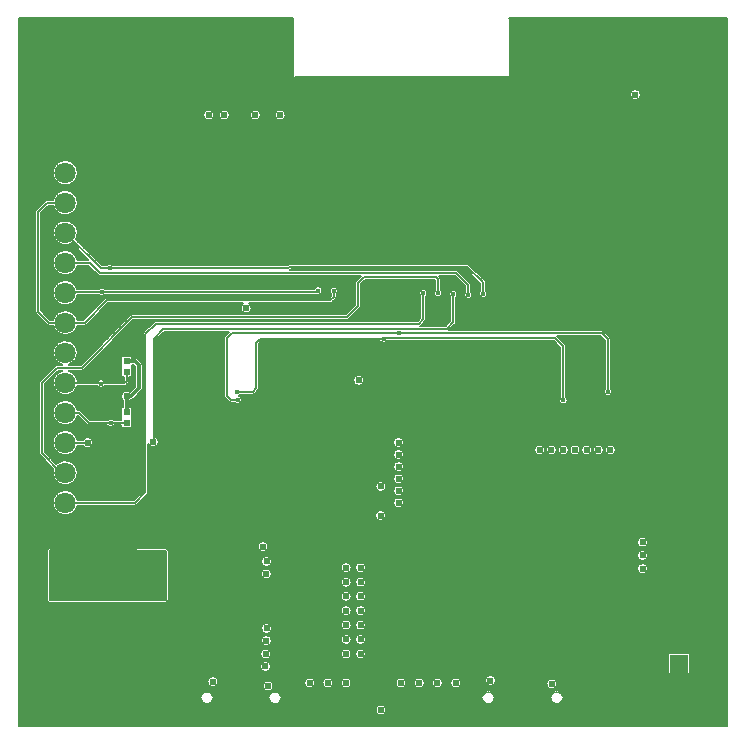
<source format=gbl>
G04*
G04 #@! TF.GenerationSoftware,Altium Limited,Altium Designer,25.0.2 (28)*
G04*
G04 Layer_Physical_Order=4*
G04 Layer_Color=16711680*
%FSLAX25Y25*%
%MOIN*%
G70*
G04*
G04 #@! TF.SameCoordinates,2A04F1A2-3F02-4B23-887A-497E0413F5F6*
G04*
G04*
G04 #@! TF.FilePolarity,Positive*
G04*
G01*
G75*
%ADD11C,0.00600*%
%ADD53C,0.00500*%
%ADD57R,0.02126X0.02227*%
%ADD58R,0.02126X0.03111*%
%ADD61C,0.01200*%
%ADD63O,0.04331X0.07874*%
%ADD64O,0.04724X0.07087*%
%ADD65C,0.07087*%
%ADD66R,0.05906X0.05906*%
%ADD67C,0.05906*%
%ADD68C,0.02400*%
%ADD69C,0.01600*%
D11*
X6500Y138300D02*
Y171600D01*
X9500Y174600D02*
X15600D01*
X6500Y171600D02*
X9500Y174600D01*
X6500Y138300D02*
X10200Y134600D01*
X30400Y152800D02*
X89885D01*
X113100Y140100D02*
Y147900D01*
X149600Y153300D02*
X154878Y148022D01*
X149900Y143900D02*
Y147100D01*
X145900Y151100D02*
X149900Y147100D01*
X154878Y144264D02*
Y148022D01*
X23700Y154600D02*
X27200Y151100D01*
X15600Y154600D02*
X23700D01*
X15600Y164600D02*
X27400Y152800D01*
X90385Y153300D02*
X149600D01*
X27400Y152800D02*
X30400D01*
X27200Y151100D02*
X145900D01*
X22000Y134600D02*
X29400Y142000D01*
X45000Y129300D02*
X48200Y132500D01*
X21100Y119600D02*
X37900Y136400D01*
X10200Y134600D02*
X15600D01*
X22000D01*
X42300Y130800D02*
X45800Y134300D01*
X70800Y108900D02*
X73000D01*
X69400Y110300D02*
Y129400D01*
Y110300D02*
X70800Y108900D01*
X72900Y111600D02*
X78000D01*
X79100Y112700D01*
Y127800D01*
X69400Y129400D02*
X71131Y131131D01*
X89885Y152800D02*
X90385Y153300D01*
X27700Y144900D02*
X99229D01*
X29400Y142000D02*
X103800D01*
X15750Y144750D02*
X27550D01*
X27700Y144900D01*
X15600Y144600D02*
X15750Y144750D01*
X71131Y131131D02*
X126769D01*
X48200Y132500D02*
X142700D01*
X133400Y134300D02*
X134900Y135800D01*
X37900Y136400D02*
X109400D01*
X45800Y134300D02*
X133400D01*
X99229Y144900D02*
X99629Y145300D01*
X99900D01*
X105100Y143300D02*
Y145200D01*
X103800Y142000D02*
X105100Y143300D01*
X79100Y127800D02*
X80600Y129300D01*
X121700D01*
X121800Y129400D01*
X126769Y131131D02*
X126900Y131000D01*
X134900Y135800D02*
Y144400D01*
X139894Y144394D02*
Y149006D01*
X113100Y147900D02*
X115000Y149800D01*
X109400Y136400D02*
X113100Y140100D01*
X115000Y149800D02*
X139100D01*
X139894Y149006D01*
X38900Y74600D02*
X42300Y78000D01*
X15600Y74600D02*
X38900D01*
X45000Y95000D02*
Y129300D01*
X42300Y78000D02*
Y130800D01*
X44950Y94950D02*
X45000Y95000D01*
X44900Y94900D02*
X44950Y94950D01*
X14300Y84600D02*
X15600D01*
X7800Y91100D02*
Y114500D01*
Y91100D02*
X14300Y84600D01*
X15600Y94600D02*
X23000D01*
X23504Y101296D02*
X36000D01*
X20200Y104600D02*
X23504Y101296D01*
X15600Y104600D02*
X20200D01*
X15600Y114600D02*
X15852Y114348D01*
X36000Y115100D02*
Y118296D01*
X15852Y114348D02*
X35249D01*
X7800Y114500D02*
X12900Y119600D01*
X35249Y114348D02*
X36000Y115100D01*
X12900Y119600D02*
X21100D01*
X121800Y129400D02*
X178900D01*
X126900Y131131D02*
X194369Y131131D01*
X142700Y132500D02*
X144900Y134700D01*
Y144100D01*
X194369Y131131D02*
X196500Y129000D01*
X181600Y108700D02*
Y126700D01*
X196500Y111600D02*
Y129000D01*
X178900Y129400D02*
X181600Y126700D01*
D53*
X207450Y210600D02*
G03*
X207450Y210600I-1850J0D01*
G01*
X197450Y129000D02*
G03*
X197170Y129673I-950J0D01*
G01*
X197450Y129000D02*
G03*
X197172Y129672I-950J0D01*
G01*
X195042Y131802D02*
G03*
X194369Y132081I-673J-670D01*
G01*
X195040Y131803D02*
G03*
X194369Y132081I-672J-672D01*
G01*
X182550Y126700D02*
G03*
X182272Y127372I-950J0D01*
G01*
X182550Y126700D02*
G03*
X182270Y127373I-950J0D01*
G01*
X195550Y112696D02*
G03*
X197950Y111600I950J-1095D01*
G01*
D02*
G03*
X197450Y112696I-1450J0D01*
G01*
X183050Y108700D02*
G03*
X182550Y109795I-1450J0D01*
G01*
X180650D02*
G03*
X183050Y108700I950J-1095D01*
G01*
X150273Y153970D02*
G03*
X149600Y154250I-673J-670D01*
G01*
X150272Y153972D02*
G03*
X149600Y154250I-672J-672D01*
G01*
X155828Y148022D02*
G03*
X155549Y148695I-950J0D01*
G01*
X155828Y148022D02*
G03*
X155550Y148694I-950J0D01*
G01*
X150850Y147100D02*
G03*
X150572Y147772I-950J0D01*
G01*
X150850Y147100D02*
G03*
X150570Y147773I-950J0D01*
G01*
X146573Y151770D02*
G03*
X145900Y152050I-673J-670D01*
G01*
X146572Y151772D02*
G03*
X145900Y152050I-672J-672D01*
G01*
X140844Y149006D02*
G03*
X140566Y149678I-950J0D01*
G01*
X140844Y149006D02*
G03*
X140564Y149679I-950J0D01*
G01*
X156328Y144264D02*
G03*
X155828Y145360I-1450J0D01*
G01*
X153928D02*
G03*
X156328Y144264I950J-1095D01*
G01*
X151350Y143900D02*
G03*
X150850Y144995I-1450J0D01*
G01*
X148950D02*
G03*
X151350Y143900I950J-1095D01*
G01*
X146350Y144100D02*
G03*
X143950Y143005I-1450J0D01*
G01*
X141344Y144394D02*
G03*
X140844Y145490I-1450J0D01*
G01*
X138944D02*
G03*
X141344Y144394I950J-1095D01*
G01*
X136350Y144400D02*
G03*
X133950Y143305I-1450J0D01*
G01*
X145850Y143005D02*
G03*
X146350Y144100I-950J1095D01*
G01*
X135850Y143305D02*
G03*
X136350Y144400I-950J1095D01*
G01*
X89050Y203800D02*
G03*
X89050Y203800I-1850J0D01*
G01*
X80750D02*
G03*
X80750Y203800I-1850J0D01*
G01*
X90385Y154250D02*
G03*
X89714Y153972I0J-950D01*
G01*
X90385Y154250D02*
G03*
X89712Y153970I0J-950D01*
G01*
X70450Y203800D02*
G03*
X70450Y203800I-1850J0D01*
G01*
X65250D02*
G03*
X65250Y203800I-1850J0D01*
G01*
X112430Y148573D02*
G03*
X112150Y147900I670J-673D01*
G01*
X112428Y148572D02*
G03*
X112150Y147900I672J-672D01*
G01*
X106550Y145200D02*
G03*
X104150Y144105I-1450J0D01*
G01*
X106050D02*
G03*
X106550Y145200I-950J1095D01*
G01*
X101350Y145300D02*
G03*
X98558Y145850I-1450J0D01*
G01*
X99351Y143958D02*
G03*
X101350Y145300I549J1342D01*
G01*
X105772Y142628D02*
G03*
X106050Y143300I-672J672D01*
G01*
X105770Y142627D02*
G03*
X106050Y143300I-670J673D01*
G01*
X103800Y141050D02*
G03*
X104473Y141330I0J950D01*
G01*
X103800Y141050D02*
G03*
X104472Y141328I0J950D01*
G01*
X113770Y139427D02*
G03*
X114050Y140100I-670J673D01*
G01*
X113772Y139428D02*
G03*
X114050Y140100I-672J672D01*
G01*
X135572Y135128D02*
G03*
X135850Y135800I-672J672D01*
G01*
X135570Y135127D02*
G03*
X135850Y135800I-670J673D01*
G01*
X145572Y134028D02*
G03*
X145850Y134700I-672J672D01*
G01*
X145570Y134027D02*
G03*
X145850Y134700I-670J673D01*
G01*
X133824Y133450D02*
G03*
X134073Y133630I-424J850D01*
G01*
X133824Y133450D02*
G03*
X134072Y133628I-424J850D01*
G01*
X120605Y128350D02*
G03*
X122875Y128450I1095J950D01*
G01*
X109400Y135450D02*
G03*
X110073Y135730I0J950D01*
G01*
X109400Y135450D02*
G03*
X110072Y135728I0J950D01*
G01*
X115250Y115400D02*
G03*
X115250Y115400I-1850J0D01*
G01*
X77750Y139500D02*
G03*
X76910Y141050I-1850J0D01*
G01*
X74890D02*
G03*
X77750Y139500I1010J-1550D01*
G01*
X68730Y130073D02*
G03*
X68450Y129400I670J-673D01*
G01*
X68728Y130072D02*
G03*
X68450Y129400I672J-672D01*
G01*
X79770Y112027D02*
G03*
X80050Y112700I-670J673D01*
G01*
X79772Y112028D02*
G03*
X80050Y112700I-672J672D01*
G01*
X78000Y110650D02*
G03*
X78673Y110930I0J950D01*
G01*
X78000Y110650D02*
G03*
X78672Y110928I0J950D01*
G01*
X73476Y110269D02*
G03*
X73996Y110650I-576J1331D01*
G01*
X74450Y108900D02*
G03*
X73476Y110269I-1450J0D01*
G01*
X70128Y108228D02*
G03*
X70800Y107950I672J672D01*
G01*
X71904D02*
G03*
X74450Y108900I1095J950D01*
G01*
X68450Y110300D02*
G03*
X68730Y109627I950J0D01*
G01*
X68450Y110300D02*
G03*
X68728Y109628I950J0D01*
G01*
X70127Y108230D02*
G03*
X70800Y107950I673J670D01*
G01*
X46800Y94950D02*
G03*
X45950Y96506I-1850J0D01*
G01*
X191250Y92200D02*
G03*
X191250Y92200I-1850J0D01*
G01*
X199083D02*
G03*
X199083Y92200I-1850J0D01*
G01*
X209850Y61400D02*
G03*
X209850Y61400I-1850J0D01*
G01*
X195167Y92200D02*
G03*
X195167Y92200I-1850J0D01*
G01*
X179500D02*
G03*
X179500Y92200I-1850J0D01*
G01*
X187333D02*
G03*
X187333Y92200I-1850J0D01*
G01*
X183417D02*
G03*
X183417Y92200I-1850J0D01*
G01*
X209850Y52600D02*
G03*
X209850Y52600I-1850J0D01*
G01*
Y57000D02*
G03*
X209850Y57000I-1850J0D01*
G01*
X175583Y92200D02*
G03*
X175583Y92200I-1850J0D01*
G01*
X179650Y14200D02*
G03*
X179650Y14200I-1850J0D01*
G01*
X128550Y82580D02*
G03*
X128550Y82580I-1850J0D01*
G01*
Y86600D02*
G03*
X128550Y86600I-1850J0D01*
G01*
Y94640D02*
G03*
X128550Y94640I-1850J0D01*
G01*
Y90620D02*
G03*
X128550Y90620I-1850J0D01*
G01*
X122650Y80000D02*
G03*
X122650Y80000I-1850J0D01*
G01*
X128550Y78560D02*
G03*
X128550Y78560I-1850J0D01*
G01*
Y74540D02*
G03*
X128550Y74540I-1850J0D01*
G01*
X122550Y70300D02*
G03*
X122550Y70300I-1850J0D01*
G01*
X115850Y48100D02*
G03*
X115850Y48100I-1850J0D01*
G01*
Y52900D02*
G03*
X115850Y52900I-1850J0D01*
G01*
Y43400D02*
G03*
X115850Y43400I-1850J0D01*
G01*
Y38600D02*
G03*
X115850Y38600I-1850J0D01*
G01*
Y33800D02*
G03*
X115850Y33800I-1850J0D01*
G01*
Y29000D02*
G03*
X115850Y29000I-1850J0D01*
G01*
Y24200D02*
G03*
X115850Y24200I-1850J0D01*
G01*
X111050Y52900D02*
G03*
X111050Y52900I-1850J0D01*
G01*
X84550Y55000D02*
G03*
X84550Y55000I-1850J0D01*
G01*
X83350Y59900D02*
G03*
X83350Y59900I-1850J0D01*
G01*
X84450Y50900D02*
G03*
X84450Y50900I-1850J0D01*
G01*
X50000Y58500D02*
G03*
X49108Y59400I-900J0D01*
G01*
X50000Y58500D02*
G03*
X49109Y59400I-900J0D01*
G01*
X111050Y48100D02*
G03*
X111050Y48100I-1850J0D01*
G01*
Y38600D02*
G03*
X111050Y38600I-1850J0D01*
G01*
Y33800D02*
G03*
X111050Y33800I-1850J0D01*
G01*
Y43400D02*
G03*
X111050Y43400I-1850J0D01*
G01*
Y29000D02*
G03*
X111050Y29000I-1850J0D01*
G01*
Y24200D02*
G03*
X111050Y24200I-1850J0D01*
G01*
X84550Y32700D02*
G03*
X84550Y32700I-1850J0D01*
G01*
X49628Y41572D02*
G03*
X50000Y42300I-528J728D01*
G01*
X48900Y41200D02*
G03*
X49628Y41572I0J900D01*
G01*
X84450Y28600D02*
G03*
X84450Y28600I-1850J0D01*
G01*
X84250Y24100D02*
G03*
X84250Y24100I-1850J0D01*
G01*
X159150Y15300D02*
G03*
X159150Y15300I-1850J0D01*
G01*
X147575Y14500D02*
G03*
X147575Y14500I-1850J0D01*
G01*
X135400D02*
G03*
X135400Y14500I-1850J0D01*
G01*
X141488D02*
G03*
X141488Y14500I-1850J0D01*
G01*
X129313D02*
G03*
X129313Y14500I-1850J0D01*
G01*
X111050D02*
G03*
X111050Y14500I-1850J0D01*
G01*
X104963D02*
G03*
X104963Y14500I-1850J0D01*
G01*
X122650Y5500D02*
G03*
X122650Y5500I-1850J0D01*
G01*
X98875Y14500D02*
G03*
X98875Y14500I-1850J0D01*
G01*
X84150Y20000D02*
G03*
X84150Y20000I-1850J0D01*
G01*
X85050Y13500D02*
G03*
X85050Y13500I-1850J0D01*
G01*
X66650Y14900D02*
G03*
X66650Y14900I-1850J0D01*
G01*
X45800Y135250D02*
G03*
X45127Y134970I0J-950D01*
G01*
X45800Y135250D02*
G03*
X45128Y134972I0J-950D01*
G01*
X37900Y137350D02*
G03*
X37228Y137072I0J-950D01*
G01*
X37900Y137350D02*
G03*
X37227Y137070I0J-950D01*
G01*
X31495Y153750D02*
G03*
X29305Y153750I-1095J-950D01*
G01*
X26755Y143800D02*
G03*
X28795Y143950I945J1100D01*
G01*
X29400Y142950D02*
G03*
X28727Y142670I0J-950D01*
G01*
X29400Y142950D02*
G03*
X28728Y142672I0J-950D01*
G01*
X41628Y131472D02*
G03*
X41350Y130800I672J-672D01*
G01*
X41630Y131473D02*
G03*
X41350Y130800I670J-673D01*
G01*
Y120500D02*
G03*
X40984Y121384I-1250J0D01*
G01*
X41350Y120500D02*
G03*
X40981Y121386I-1250J0D01*
G01*
X39782Y122585D02*
G03*
X38896Y122954I-886J-881D01*
G01*
X39780Y122588D02*
G03*
X38896Y122954I-884J-884D01*
G01*
X28795Y145850D02*
G03*
X26491Y145700I-1095J-950D01*
G01*
X19793Y184600D02*
G03*
X19793Y184600I-4193J0D01*
G01*
Y174600D02*
G03*
X11516Y175550I-4193J0D01*
G01*
Y173650D02*
G03*
X19793Y174600I4084J950D01*
G01*
Y164600D02*
G03*
X17816Y161040I-4193J0D01*
G01*
X19160Y162384D02*
G03*
X19793Y164600I-3560J2216D01*
G01*
X9500Y175550D02*
G03*
X8828Y175272I0J-950D01*
G01*
X9500Y175550D02*
G03*
X8827Y175270I0J-950D01*
G01*
X5830Y172273D02*
G03*
X5550Y171600I670J-673D01*
G01*
X5828Y172272D02*
G03*
X5550Y171600I672J-672D01*
G01*
X19684Y155550D02*
G03*
X19684Y153650I-4084J-950D01*
G01*
X26527Y150430D02*
G03*
X27200Y150150I673J670D01*
G01*
X26528Y150428D02*
G03*
X27200Y150150I672J672D01*
G01*
X19647Y145700D02*
G03*
X19716Y143800I-4047J-1100D01*
G01*
X22000Y133650D02*
G03*
X22673Y133930I0J950D01*
G01*
X22000Y133650D02*
G03*
X22672Y133928I0J950D01*
G01*
X19684Y135550D02*
G03*
X11516Y135550I-4084J-950D01*
G01*
X9528Y133928D02*
G03*
X10200Y133650I672J672D01*
G01*
X9527Y133930D02*
G03*
X10200Y133650I673J670D01*
G01*
X16687Y120550D02*
G03*
X19793Y124600I-1087J4050D01*
G01*
X11516Y133650D02*
G03*
X19684Y133650I4084J950D01*
G01*
X19793Y124600D02*
G03*
X14513Y120550I-4193J0D01*
G01*
X12900D02*
G03*
X12227Y120270I0J-950D01*
G01*
X12900Y120550D02*
G03*
X12228Y120272I0J-950D01*
G01*
X5550Y138300D02*
G03*
X5830Y137627I950J0D01*
G01*
X5550Y138300D02*
G03*
X5828Y137628I950J0D01*
G01*
X40984Y111816D02*
G03*
X41350Y112700I-884J884D01*
G01*
X40981Y111814D02*
G03*
X41350Y112700I-881J886D01*
G01*
X43250Y94220D02*
G03*
X46800Y94950I1700J730D01*
G01*
X37500Y108850D02*
G03*
X38386Y109219I0J1250D01*
G01*
X37500Y108850D02*
G03*
X38384Y109216I0J1250D01*
G01*
X42972Y77328D02*
G03*
X43250Y78000I-672J672D01*
G01*
X42970Y77327D02*
G03*
X43250Y78000I-670J673D01*
G01*
X38900Y73650D02*
G03*
X39573Y73930I0J950D01*
G01*
X38900Y73650D02*
G03*
X39572Y73928I0J950D01*
G01*
X36672Y114428D02*
G03*
X36950Y115100I-672J672D01*
G01*
X36670Y114427D02*
G03*
X36950Y115100I-670J673D01*
G01*
X35249Y113399D02*
G03*
X35922Y113678I0J950D01*
G01*
X35249Y113399D02*
G03*
X35920Y113677I0J950D01*
G01*
X21100Y118650D02*
G03*
X21773Y118930I0J950D01*
G01*
X21100Y118650D02*
G03*
X21772Y118928I0J950D01*
G01*
X19735Y115298D02*
G03*
X16687Y118650I-4135J-698D01*
G01*
X28551Y115298D02*
G03*
X26449Y115298I-1051J-998D01*
G01*
X26364Y113399D02*
G03*
X28636Y113399I1136J902D01*
G01*
X37167Y111535D02*
G03*
X34750Y108736I-1167J-1435D01*
G01*
X20873Y105270D02*
G03*
X20200Y105550I-673J-670D01*
G01*
X20872Y105272D02*
G03*
X20200Y105550I-672J-672D01*
G01*
X14513Y118650D02*
G03*
X19617Y113399I1087J-4050D01*
G01*
X19684Y105550D02*
G03*
X19684Y103650I-4084J-950D01*
G01*
X31704Y102246D02*
G03*
X29696Y102246I-1004J-1046D01*
G01*
X22831Y100626D02*
G03*
X23504Y100346I673J670D01*
G01*
X7130Y115173D02*
G03*
X6850Y114500I670J-673D01*
G01*
X7128Y115172D02*
G03*
X6850Y114500I672J-672D01*
G01*
X22832Y100624D02*
G03*
X23504Y100346I672J672D01*
G01*
X29528D02*
G03*
X31872Y100346I1172J854D01*
G01*
X24850Y94600D02*
G03*
X21413Y95550I-1850J0D01*
G01*
X19684D02*
G03*
X19684Y93650I-4084J-950D01*
G01*
X21413D02*
G03*
X24850Y94600I1587J950D01*
G01*
X6850Y91100D02*
G03*
X7130Y90427I950J0D01*
G01*
X6850Y91100D02*
G03*
X7128Y90428I950J0D01*
G01*
X19793Y84600D02*
G03*
X12657Y87587I-4193J0D01*
G01*
X11624Y85932D02*
G03*
X19793Y84600I3976J-1333D01*
G01*
X19684Y75550D02*
G03*
X19684Y73650I-4084J-950D01*
G01*
X10500Y59600D02*
G03*
X9600Y58700I0J-900D01*
G01*
X10500Y59600D02*
G03*
X9600Y58700I0J-900D01*
G01*
Y42100D02*
G03*
X10500Y41200I900J0D01*
G01*
X9600Y42100D02*
G03*
X10500Y41200I900J0D01*
G01*
X163663Y225200D02*
X236221D01*
X163663Y224800D02*
X236221D01*
X163663Y225600D02*
X236221D01*
X163663Y224000D02*
X236221D01*
X163663Y223600D02*
X236221D01*
X163663Y224400D02*
X236221D01*
X163663Y227200D02*
X236221D01*
X163663Y226800D02*
X236221D01*
X163663Y236000D02*
X236221D01*
X163663Y226000D02*
X236221D01*
X163663Y226400D02*
X236221D01*
X206809Y212000D02*
X236221D01*
X207156Y211600D02*
X236221D01*
X206027Y212400D02*
X236221D01*
X207439Y210800D02*
X236221D01*
X207439Y210400D02*
X236221D01*
X207350Y211200D02*
X236221D01*
X163663Y222800D02*
X236221D01*
X163663Y222400D02*
X236221D01*
X163663Y223200D02*
X236221D01*
X163663Y221600D02*
X236221D01*
X163663Y222000D02*
X236221D01*
X163663Y233600D02*
X236221D01*
X163663Y233200D02*
X236221D01*
X163663Y234000D02*
X236221D01*
X163663Y232400D02*
X236221D01*
X163663Y232000D02*
X236221D01*
X163663Y232800D02*
X236221D01*
X163663Y235200D02*
X236221D01*
X163663Y234800D02*
X236221D01*
X163663Y235600D02*
X236221D01*
X163663Y234400D02*
X236221D01*
X163663Y217000D02*
Y236000D01*
Y229200D02*
X236221D01*
X163663Y228800D02*
X236221D01*
X163663Y229600D02*
X236221D01*
X163663Y228000D02*
X236221D01*
X163663Y227600D02*
X236221D01*
X163663Y228400D02*
X236221D01*
X163663Y231200D02*
X236221D01*
X163663Y230800D02*
X236221D01*
X163663Y231600D02*
X236221D01*
X163663Y230000D02*
X236221D01*
X163663Y230400D02*
X236221D01*
X207156Y209600D02*
X236221D01*
X206809Y209200D02*
X236221D01*
X207350Y210000D02*
X236221D01*
X206027Y208800D02*
X236221D01*
X196844Y130000D02*
X236221D01*
X195244Y131600D02*
X236221D01*
X195643Y131200D02*
X236221D01*
X194753Y132000D02*
X236221D01*
X196443Y130400D02*
X236221D01*
X196044Y130800D02*
X236221D01*
X197450Y128400D02*
X236221D01*
X197450Y128000D02*
X236221D01*
X197450Y128800D02*
X236221D01*
X197450Y127200D02*
X236221D01*
X197450Y126800D02*
X236221D01*
X197450Y127600D02*
X236221D01*
X197237Y129600D02*
X236221D01*
X197429Y129200D02*
X236221D01*
X197450Y112696D02*
Y129000D01*
X195042Y131802D02*
X197170Y129673D01*
X193975Y130181D02*
X195550Y128606D01*
Y112696D02*
Y128606D01*
X180843Y128800D02*
X195357D01*
X179643Y130000D02*
X194157D01*
X180043Y129600D02*
X194556D01*
X179440Y130181D02*
X193975D01*
X180444Y129200D02*
X194957D01*
X179573Y130070D02*
X182270Y127373D01*
X182408Y127200D02*
X195550D01*
X182545Y126800D02*
X195550D01*
X182550Y126400D02*
X195550D01*
X182550Y109795D02*
Y126700D01*
X181643Y128000D02*
X195550D01*
X182044Y127600D02*
X195550D01*
X181244Y128400D02*
X195550D01*
X178507Y128450D02*
X180650Y126306D01*
X151844Y152400D02*
X236221D01*
X152243Y152000D02*
X236221D01*
X151444Y152800D02*
X236221D01*
X153043Y151200D02*
X236221D01*
X153444Y150800D02*
X236221D01*
X152644Y151600D02*
X236221D01*
X87627Y202000D02*
X236221D01*
X150242Y154000D02*
X236221D01*
X88409Y202400D02*
X236221D01*
X151043Y153200D02*
X236221D01*
X150644Y153600D02*
X236221D01*
X155828Y148000D02*
X236221D01*
X155828Y147600D02*
X236221D01*
X155750Y148400D02*
X236221D01*
X155828Y146800D02*
X236221D01*
X155828Y146400D02*
X236221D01*
X155828Y147200D02*
X236221D01*
X154244Y150000D02*
X236221D01*
X154643Y149600D02*
X236221D01*
X153843Y150400D02*
X236221D01*
X155444Y148800D02*
X236221D01*
X155043Y149200D02*
X236221D01*
X163663Y219200D02*
X236221D01*
X163663Y218800D02*
X236221D01*
X163663Y219600D02*
X236221D01*
X163663Y218000D02*
X236221D01*
X163663Y217600D02*
X236221D01*
X163663Y218400D02*
X236221D01*
X163663Y221200D02*
X236221D01*
X163663Y220800D02*
X236221D01*
X163619Y236221D02*
X236221D01*
X163663Y220000D02*
X236221D01*
X163663Y220400D02*
X236221D01*
X163623Y216800D02*
X236221D01*
X163272Y216400D02*
X236221D01*
X163663Y217200D02*
X236221D01*
X89039Y203600D02*
X236221D01*
X88950Y203200D02*
X236221D01*
X89039Y204000D02*
X236221D01*
X88409Y205200D02*
X236221D01*
X88756Y204800D02*
X236221D01*
X87627Y205600D02*
X236221D01*
X88756Y202800D02*
X236221D01*
X88950Y204400D02*
X236221D01*
X156226Y144800D02*
X236221D01*
X156322Y144400D02*
X236221D01*
X155986Y145200D02*
X236221D01*
X156167Y143600D02*
X236221D01*
X155863Y143200D02*
X236221D01*
X156304Y144000D02*
X236221D01*
X155828Y145600D02*
X236221D01*
X145850Y137600D02*
X236221D01*
X155828Y146000D02*
X236221D01*
X145850Y136800D02*
X236221D01*
X145850Y137200D02*
X236221D01*
X145850Y136000D02*
X236221D01*
X145850Y135600D02*
X236221D01*
X145850Y136400D02*
X236221D01*
X145850Y134800D02*
X236221D01*
X145801Y134400D02*
X236221D01*
X145850Y135200D02*
X236221D01*
X145143Y133600D02*
X236221D01*
X144744Y133200D02*
X236221D01*
X145544Y134000D02*
X236221D01*
X143944Y132400D02*
X236221D01*
X144343Y132800D02*
X236221D01*
X145850Y140400D02*
X236221D01*
X145850Y140000D02*
X236221D01*
X150845Y142800D02*
X236221D01*
X145850Y139200D02*
X236221D01*
X145850Y138800D02*
X236221D01*
X145850Y139600D02*
X236221D01*
X145850Y142000D02*
X236221D01*
X145850Y141600D02*
X236221D01*
X145850Y142400D02*
X236221D01*
X145850Y140800D02*
X236221D01*
X145850Y141200D02*
X236221D01*
X145850Y138400D02*
X236221D01*
X145850Y138000D02*
X236221D01*
X143625Y132081D02*
X194369Y132081D01*
X122837Y128400D02*
X178557D01*
X122875Y128450D02*
X178507D01*
X80243Y127600D02*
X179357D01*
X80050Y127200D02*
X179756D01*
X122342Y128000D02*
X178956D01*
X80050Y126400D02*
X180556D01*
X80050Y126800D02*
X180157D01*
X197450Y124000D02*
X236221D01*
X197450Y123600D02*
X236221D01*
X197450Y124400D02*
X236221D01*
X197450Y122800D02*
X236221D01*
X197450Y122400D02*
X236221D01*
X197450Y123200D02*
X236221D01*
X197450Y126000D02*
X236221D01*
X197450Y125600D02*
X236221D01*
X197450Y126400D02*
X236221D01*
X197450Y124800D02*
X236221D01*
X197450Y125200D02*
X236221D01*
X197450Y119200D02*
X236221D01*
X197450Y118800D02*
X236221D01*
X197450Y119600D02*
X236221D01*
X197450Y118000D02*
X236221D01*
X197450Y117600D02*
X236221D01*
X197450Y118400D02*
X236221D01*
X197450Y121200D02*
X236221D01*
X197450Y120800D02*
X236221D01*
X197450Y121600D02*
X236221D01*
X197450Y120000D02*
X236221D01*
X197450Y120400D02*
X236221D01*
X182550Y123600D02*
X195550D01*
X182550Y123200D02*
X195550D01*
X182550Y124000D02*
X195550D01*
X182550Y122400D02*
X195550D01*
X182550Y122000D02*
X195550D01*
X182550Y122800D02*
X195550D01*
X182550Y125600D02*
X195550D01*
X182550Y125200D02*
X195550D01*
X182550Y126000D02*
X195550D01*
X182550Y124400D02*
X195550D01*
X182550Y124800D02*
X195550D01*
X197450Y122000D02*
X236221D01*
X182550Y119200D02*
X195550D01*
X182550Y119600D02*
X195550D01*
X182550Y118400D02*
X195550D01*
X182550Y118000D02*
X195550D01*
X182550Y118800D02*
X195550D01*
X182550Y121200D02*
X195550D01*
X182550Y120800D02*
X195550D01*
X182550Y121600D02*
X195550D01*
X182550Y120000D02*
X195550D01*
X182550Y120400D02*
X195550D01*
X197450Y114800D02*
X236221D01*
X197450Y114400D02*
X236221D01*
X197450Y115200D02*
X236221D01*
X197450Y113600D02*
X236221D01*
X197450Y112800D02*
X236221D01*
X197450Y114000D02*
X236221D01*
X197450Y116800D02*
X236221D01*
X197450Y116400D02*
X236221D01*
X197450Y117200D02*
X236221D01*
X197450Y115600D02*
X236221D01*
X197450Y116000D02*
X236221D01*
X197894Y111200D02*
X236221D01*
X197709Y110800D02*
X236221D01*
X197950Y111600D02*
X236221D01*
X183047Y108800D02*
X236221D01*
X197661Y94000D02*
X236221D01*
X197314Y110400D02*
X236221D01*
X182737Y109600D02*
X236221D01*
X182961Y109200D02*
X236221D01*
X182550Y110000D02*
X236221D01*
X182870Y108000D02*
X236221D01*
X183019Y108400D02*
X236221D01*
X197450Y113200D02*
X236221D01*
X182550Y112800D02*
X195550D01*
X182550Y112400D02*
X195291D01*
X197709D02*
X236221D01*
X182550Y114400D02*
X195550D01*
X182550Y114000D02*
X195550D01*
X182550Y114800D02*
X195550D01*
X182550Y113200D02*
X195550D01*
X182550Y113600D02*
X195550D01*
X197894Y112000D02*
X236221D01*
X185910Y94000D02*
X188973D01*
X193744D02*
X196806D01*
X189827D02*
X192889D01*
X182550Y112000D02*
X195106D01*
X182550Y111200D02*
X195106D01*
X182550Y111600D02*
X195050D01*
X182550Y110400D02*
X195686D01*
X182550Y110800D02*
X195291D01*
X182550Y117200D02*
X195550D01*
X182550Y116800D02*
X195550D01*
X182550Y117600D02*
X195550D01*
X182550Y116000D02*
X195550D01*
X182550Y115600D02*
X195550D01*
X182550Y116400D02*
X195550D01*
X114609Y116800D02*
X180650D01*
X114956Y116400D02*
X180650D01*
X113827Y117200D02*
X180650D01*
X115239Y115600D02*
X180650D01*
X115150Y116000D02*
X180650D01*
X182550Y115200D02*
X195550D01*
X115150Y114800D02*
X180650D01*
X115239Y115200D02*
X180650D01*
X114609Y114000D02*
X180650D01*
X113827Y113600D02*
X180650D01*
X114956Y114400D02*
X180650D01*
X80050Y112800D02*
X180650D01*
X80001Y112400D02*
X180650D01*
X80050Y113200D02*
X180650D01*
X79343Y111600D02*
X180650D01*
X79743Y112000D02*
X180650D01*
X80050Y123600D02*
X180650D01*
X80050Y123200D02*
X180650D01*
X80050Y124000D02*
X180650D01*
X80050Y122400D02*
X180650D01*
X80050Y122000D02*
X180650D01*
X80050Y122800D02*
X180650D01*
X80050Y125600D02*
X180650D01*
X80050Y125200D02*
X180650D01*
X80050Y126000D02*
X180650D01*
X80050Y124400D02*
X180650D01*
X80050Y124800D02*
X180650D01*
X80050Y119200D02*
X180650D01*
X80050Y118800D02*
X180650D01*
X80050Y119600D02*
X180650D01*
X80050Y118000D02*
X180650D01*
X80050Y117600D02*
X180650D01*
X80050Y118400D02*
X180650D01*
X80050Y121200D02*
X180650D01*
X80050Y120800D02*
X180650D01*
X80050Y121600D02*
X180650D01*
X80050Y120000D02*
X180650D01*
X80050Y120400D02*
X180650D01*
X45950Y101200D02*
X236221D01*
X45950Y100800D02*
X236221D01*
X182545Y107600D02*
X236221D01*
X45950Y100000D02*
X236221D01*
X45950Y99600D02*
X236221D01*
X45950Y100400D02*
X236221D01*
X45950Y103200D02*
X236221D01*
X45950Y102800D02*
X236221D01*
X45950Y107200D02*
X236221D01*
X45950Y101600D02*
X236221D01*
X45950Y102400D02*
X236221D01*
X127954Y96000D02*
X236221D01*
X128281Y95600D02*
X236221D01*
X127270Y96400D02*
X236221D01*
X128543Y94800D02*
X236221D01*
X128534Y94400D02*
X236221D01*
X128463Y95200D02*
X236221D01*
X45950Y98800D02*
X236221D01*
X45950Y98400D02*
X236221D01*
X45950Y99200D02*
X236221D01*
X45950Y97600D02*
X236221D01*
X45950Y98000D02*
X236221D01*
X180650Y109795D02*
Y126306D01*
X78512Y110800D02*
X180650D01*
X78944Y111200D02*
X180650D01*
X74419Y109200D02*
X180239D01*
X74447Y108800D02*
X180153D01*
X73714Y110400D02*
X180650D01*
X73945Y110000D02*
X180650D01*
X74270Y109600D02*
X180463D01*
X74137Y108000D02*
X180330D01*
X74361Y108400D02*
X180181D01*
X45950Y104400D02*
X236221D01*
X45950Y104000D02*
X236221D01*
X73642Y107600D02*
X180655D01*
X181994Y94000D02*
X185056D01*
X178077D02*
X181140D01*
X45950Y106000D02*
X236221D01*
X45950Y105600D02*
X236221D01*
X45950Y106400D02*
X236221D01*
X45950Y104800D02*
X236221D01*
X45950Y105200D02*
X236221D01*
X148743Y149600D02*
X151956D01*
X150273Y153970D02*
X155549Y148695D01*
X149206Y152350D02*
X153928Y147628D01*
X149144Y149200D02*
X152357D01*
X147544Y150800D02*
X150757D01*
X147943Y150400D02*
X151156D01*
X147143Y151200D02*
X150356D01*
X148344Y150000D02*
X151557D01*
X146573Y151770D02*
X150570Y147773D01*
X150708Y147600D02*
X153928D01*
X150850Y146800D02*
X153928D01*
X150850Y146400D02*
X153928D01*
X150845Y147200D02*
X153928D01*
X149943Y148400D02*
X153156D01*
X150344Y148000D02*
X153557D01*
X149543Y148800D02*
X152757D01*
X146204Y152000D02*
X149557D01*
X146744Y151600D02*
X149957D01*
X145507Y150150D02*
X148950Y146706D01*
X140635Y149600D02*
X146056D01*
X140094Y150150D02*
X145507D01*
X140243Y150000D02*
X145657D01*
X140094Y150150D02*
X140564Y149679D01*
X140844Y148000D02*
X147657D01*
X140844Y147600D02*
X148056D01*
X140844Y148400D02*
X147257D01*
X140844Y146800D02*
X148856D01*
X140844Y146400D02*
X148950D01*
X140844Y147200D02*
X148457D01*
X140824Y149200D02*
X146457D01*
X115343Y148800D02*
X138757D01*
X115393Y148850D02*
X138707D01*
X140844Y148800D02*
X146856D01*
X138707Y148850D02*
X138944Y148612D01*
X153928Y145360D02*
Y147628D01*
X150850Y145600D02*
X153928D01*
X150850Y146000D02*
X153928D01*
X155828Y145360D02*
Y148022D01*
X140844Y145600D02*
X148950D01*
X145845Y145200D02*
X148950D01*
X140844Y146000D02*
X148950D01*
X150850Y144995D02*
Y147100D01*
X148950Y144995D02*
Y146706D01*
X150850Y145200D02*
X153771D01*
X151037Y144800D02*
X153531D01*
X151261Y144400D02*
X153435D01*
X151347Y144000D02*
X153453D01*
X151319Y143600D02*
X153589D01*
X146170Y144800D02*
X148763D01*
X146319Y144400D02*
X148539D01*
X146347Y144000D02*
X148453D01*
X146261Y143600D02*
X148481D01*
X140844Y145490D02*
Y149006D01*
X141099Y145200D02*
X143955D01*
X138944Y145490D02*
Y148612D01*
X141286Y144800D02*
X143630D01*
X135714Y145600D02*
X138944D01*
X136109Y145200D02*
X138689D01*
X136294Y144800D02*
X138502D01*
X141344Y144400D02*
X143481D01*
X141289Y144000D02*
X143453D01*
X136350Y144400D02*
X138444D01*
X141107Y143600D02*
X143539D01*
X136294Y144000D02*
X138499D01*
X136109Y143600D02*
X138681D01*
X135850Y135800D02*
Y143305D01*
X133950Y136194D02*
Y143305D01*
X91337Y217000D02*
Y236000D01*
X92000Y216337D02*
X163000D01*
X80739Y204000D02*
X85361D01*
X80650Y203200D02*
X85450D01*
X80739Y203600D02*
X85361D01*
X79327Y205600D02*
X86773D01*
X80109Y205200D02*
X85991D01*
X80456Y204800D02*
X85644D01*
X80650Y204400D02*
X85450D01*
X90385Y154250D02*
X149600D01*
X90779Y152350D02*
X149206D01*
X90468Y152050D02*
X145900D01*
X112430Y148573D02*
X114006Y150150D01*
X90558Y152130D02*
X90779Y152350D01*
X80109Y202400D02*
X85991D01*
X79327Y202000D02*
X86773D01*
X80456Y202800D02*
X85644D01*
X89492Y153750D02*
X89712Y153970D01*
X69027Y205600D02*
X78473D01*
X69809Y205200D02*
X77691D01*
X70156Y204800D02*
X77344D01*
X70350Y204400D02*
X77150D01*
X65239Y204000D02*
X66761D01*
X63827Y205600D02*
X68173D01*
X64609Y205200D02*
X67391D01*
X64956Y204800D02*
X67044D01*
X65150Y204400D02*
X66850D01*
X70439Y203600D02*
X77061D01*
X70350Y203200D02*
X77150D01*
X70439Y204000D02*
X77061D01*
X69809Y202400D02*
X77691D01*
X69027Y202000D02*
X78473D01*
X70156Y202800D02*
X77344D01*
X65150Y203200D02*
X66850D01*
X64956Y202800D02*
X67044D01*
X65239Y203600D02*
X66761D01*
X63827Y202000D02*
X68173D01*
X64609Y202400D02*
X67391D01*
X114543Y148000D02*
X138944D01*
X114144Y147600D02*
X138944D01*
X114944Y148400D02*
X138944D01*
X114050Y146800D02*
X138944D01*
X114050Y146400D02*
X138944D01*
X114050Y147200D02*
X138944D01*
X114050Y147506D02*
X115393Y148850D01*
X114050Y140100D02*
Y147506D01*
X112150Y140494D02*
Y147900D01*
X114050Y145200D02*
X133691D01*
X114050Y144800D02*
X133506D01*
X114050Y144400D02*
X133450D01*
X114050Y143600D02*
X133691D01*
X114050Y143200D02*
X133950D01*
X114050Y144000D02*
X133506D01*
X114050Y146000D02*
X138944D01*
X114050Y145600D02*
X134086D01*
X106494D02*
X112150D01*
X106050Y143600D02*
X112150D01*
X106550Y145200D02*
X112150D01*
X105914Y146400D02*
X112150D01*
X106309Y146000D02*
X112150D01*
X101319Y145600D02*
X103706D01*
X101347Y145200D02*
X103650D01*
X100845Y146400D02*
X104286D01*
X101170Y146000D02*
X103891D01*
X101261Y144800D02*
X103706D01*
X106309Y144400D02*
X112150D01*
X106050Y144000D02*
X112150D01*
X106494Y144800D02*
X112150D01*
X106050Y143300D02*
Y144105D01*
X104150Y143693D02*
Y144105D01*
X100542Y144000D02*
X104150D01*
X101037Y144400D02*
X103891D01*
X103407Y142950D02*
X104150Y143693D01*
X146037Y143200D02*
X148630D01*
X151170D02*
X153893D01*
X140717D02*
X143763D01*
X145850Y142800D02*
X148955D01*
X135850Y141200D02*
X143950D01*
X135850Y141600D02*
X143950D01*
X135850Y142800D02*
X143950D01*
X135850Y142400D02*
X143950D01*
X135850Y143200D02*
X139071D01*
X135850Y142000D02*
X143950D01*
X114050Y141600D02*
X133950D01*
X135850Y139200D02*
X143950D01*
X135850Y138800D02*
X143950D01*
X135850Y139600D02*
X143950D01*
X135850Y138000D02*
X143950D01*
X135850Y137600D02*
X143950D01*
X135850Y138400D02*
X143950D01*
X135850Y140800D02*
X143950D01*
X114050Y140400D02*
X133950D01*
X114050Y140800D02*
X133950D01*
X135850Y140000D02*
X143950D01*
X135850Y140400D02*
X143950D01*
X105908Y142800D02*
X112150D01*
X114050D02*
X133950D01*
X106045Y143200D02*
X112150D01*
X114050Y142400D02*
X133950D01*
X114050Y142000D02*
X133950D01*
X105543Y142400D02*
X112150D01*
X105143Y142000D02*
X112150D01*
X104744Y141600D02*
X112150D01*
X104473Y141330D02*
X105770Y142627D01*
X114045Y140000D02*
X133950D01*
X113908Y139600D02*
X133950D01*
X114050Y141200D02*
X133950D01*
X113543Y139200D02*
X133950D01*
X113144Y138800D02*
X133950D01*
X112743Y138400D02*
X133950D01*
X104312Y141200D02*
X112150D01*
X111943Y137600D02*
X133950D01*
X112344Y138000D02*
X133950D01*
X135850Y136800D02*
X143950D01*
X135850Y136400D02*
X143950D01*
X135850Y137200D02*
X143950D01*
Y135093D02*
Y143005D01*
X145850Y134700D02*
Y143005D01*
X135850Y136000D02*
X143950D01*
X135829Y135600D02*
X143950D01*
X135637Y135200D02*
X143950D01*
X134073Y133630D02*
X135570Y135127D01*
X135243Y134800D02*
X143657D01*
X134844Y134400D02*
X143256D01*
X143625Y132081D02*
X145570Y134027D01*
X142306Y133450D02*
X143950Y135093D01*
X134443Y134000D02*
X142857D01*
X134042Y133600D02*
X142456D01*
X133824Y133450D02*
X142306D01*
X111144Y136800D02*
X133950D01*
X110743Y136400D02*
X133950D01*
X111544Y137200D02*
X133950D01*
X133007Y135250D02*
X133950Y136194D01*
X110344Y136000D02*
X133756D01*
X110073Y135730D02*
X113770Y139427D01*
X109912Y135600D02*
X133356D01*
X109007Y137350D02*
X112150Y140494D01*
X80993Y128350D02*
X120605D01*
X80643Y128000D02*
X121058D01*
X80050Y115600D02*
X111561D01*
X80050Y115200D02*
X111561D01*
X80050Y117200D02*
X112973D01*
X80050Y116800D02*
X112191D01*
X80050Y116400D02*
X111844D01*
X80050Y116000D02*
X111650D01*
X80050Y112700D02*
Y127407D01*
X77516Y140400D02*
X112057D01*
X77681Y140000D02*
X111656D01*
X77747Y139600D02*
X111257D01*
X77725Y139200D02*
X110856D01*
X77613Y138800D02*
X110457D01*
X77387Y138400D02*
X110056D01*
X76910Y141050D02*
X103800D01*
X77216Y140800D02*
X112150D01*
X76983Y138000D02*
X109657D01*
X48594Y131550D02*
X70206D01*
X68730Y130073D02*
X70206Y131550D01*
X48243Y131200D02*
X69857D01*
X80050Y127407D02*
X80993Y128350D01*
X47844Y130800D02*
X69456D01*
X47444Y130400D02*
X69056D01*
X47043Y130000D02*
X68664D01*
X46643Y129600D02*
X68471D01*
X45950Y122400D02*
X68450D01*
X45950Y126400D02*
X68450D01*
X45950Y126000D02*
X68450D01*
X46244Y129200D02*
X68450D01*
X45950Y125200D02*
X68450D01*
X45950Y124800D02*
X68450D01*
X45950Y125600D02*
X68450D01*
X45950Y128400D02*
X68450D01*
X45950Y128000D02*
X68450D01*
X45950Y128800D02*
X68450D01*
X45950Y127200D02*
X68450D01*
X45950Y127600D02*
X68450D01*
X45950Y121600D02*
X68450D01*
X45950Y121200D02*
X68450D01*
X45950Y122000D02*
X68450D01*
X45950Y120000D02*
X68450D01*
X45950Y120800D02*
X68450D01*
X45950Y124000D02*
X68450D01*
X45950Y123600D02*
X68450D01*
X45950Y124400D02*
X68450D01*
X45950Y122800D02*
X68450D01*
X45950Y123200D02*
X68450D01*
X80050Y114400D02*
X111844D01*
X80050Y114000D02*
X112191D01*
X80050Y114800D02*
X111650D01*
X80050Y113600D02*
X112973D01*
X78673Y110930D02*
X79770Y112027D01*
X73996Y110650D02*
X78000D01*
X70800Y107950D02*
X71904D01*
X46783Y95200D02*
X124937D01*
X46794Y94800D02*
X124857D01*
X46099Y96400D02*
X126130D01*
X46473Y96000D02*
X125446D01*
X45950Y107600D02*
X72358D01*
X46682Y95600D02*
X125119D01*
X46716Y94400D02*
X124866D01*
X45950Y117600D02*
X68450D01*
X45950Y117200D02*
X68450D01*
X45950Y118000D02*
X68450D01*
Y110300D02*
Y129400D01*
X45950Y116400D02*
X68450D01*
X45950Y116800D02*
X68450D01*
X45950Y119200D02*
X68450D01*
X45950Y118800D02*
X68450D01*
X45950Y119600D02*
X68450D01*
X45950Y118400D02*
X68450D01*
X45950Y96506D02*
Y128907D01*
X68730Y109627D02*
X70127Y108230D01*
X45950Y115200D02*
X68450D01*
X45950Y114800D02*
X68450D01*
X45950Y116000D02*
X68450D01*
X45950Y108000D02*
X70496D01*
X45950Y111600D02*
X68450D01*
X198443Y93600D02*
X236221D01*
X198790Y93200D02*
X236221D01*
X194873D02*
X195677D01*
X198983Y92800D02*
X236221D01*
X199073Y92400D02*
X236221D01*
X195067Y92800D02*
X195483D01*
X190609Y93600D02*
X192107D01*
X194526D02*
X196024D01*
X186693D02*
X188191D01*
X190956Y93200D02*
X191760D01*
X191150Y92800D02*
X191567D01*
X199073Y92000D02*
X236221D01*
X198983Y91600D02*
X236221D01*
X195067D02*
X195483D01*
X198790Y91200D02*
X236221D01*
X198443Y90800D02*
X236221D01*
X194873Y91200D02*
X195677D01*
X191150Y91600D02*
X191567D01*
X190956Y91200D02*
X191760D01*
X186693Y90800D02*
X188191D01*
X194526D02*
X196024D01*
X190609D02*
X192107D01*
X182776Y93600D02*
X184274D01*
X187040Y93200D02*
X187844D01*
X183123D02*
X183927D01*
X183317Y92800D02*
X183733D01*
X187233D02*
X187650D01*
X179400D02*
X179817D01*
X178859Y93600D02*
X180357D01*
X179207Y93200D02*
X180010D01*
X175290D02*
X176094D01*
X175483Y91600D02*
X175900D01*
X175483Y92800D02*
X175900D01*
X183317Y91600D02*
X183733D01*
X187233D02*
X187650D01*
X179400D02*
X179817D01*
X187040Y91200D02*
X187844D01*
X182776Y90800D02*
X184274D01*
X183123Y91200D02*
X183927D01*
X179207D02*
X180010D01*
X174943Y90800D02*
X176441D01*
X175290Y91200D02*
X176094D01*
X178077Y90400D02*
X181140D01*
X178859Y90800D02*
X180357D01*
X209750Y57600D02*
X236221D01*
X209839Y57200D02*
X236221D01*
X209839Y61200D02*
X236221D01*
Y0D02*
Y236221D01*
X209750Y56400D02*
X236221D01*
X209839Y56800D02*
X236221D01*
X208427Y63200D02*
X236221D01*
X208427Y58800D02*
X236221D01*
X197661Y90400D02*
X236221D01*
X209556Y58000D02*
X236221D01*
X209209Y58400D02*
X236221D01*
X209750Y53200D02*
X236221D01*
X209839Y52800D02*
X236221D01*
X209556Y53600D02*
X236221D01*
X209750Y52000D02*
X236221D01*
X209556Y51600D02*
X236221D01*
X209839Y52400D02*
X236221D01*
X209209Y55600D02*
X236221D01*
X208427Y55200D02*
X236221D01*
X209556Y56000D02*
X236221D01*
X209209Y54000D02*
X236221D01*
X208427Y54400D02*
X236221D01*
X189827Y90400D02*
X192889D01*
X193744D02*
X196806D01*
X181994D02*
X185056D01*
X185910D02*
X188973D01*
X209750Y62000D02*
X236221D01*
X209839Y61600D02*
X236221D01*
X209556Y62400D02*
X236221D01*
X209556Y60400D02*
X236221D01*
X209750Y60800D02*
X236221D01*
X209209Y60000D02*
X236221D01*
X208427Y59600D02*
X236221D01*
X209209Y62800D02*
X236221D01*
X128443Y83200D02*
X236221D01*
X128537Y82800D02*
X236221D01*
X128243Y83600D02*
X236221D01*
X128457Y82000D02*
X236221D01*
X128269Y81600D02*
X236221D01*
X128541Y82400D02*
X236221D01*
X127127Y84800D02*
X236221D01*
X127032Y84400D02*
X236221D01*
X127909Y85200D02*
X236221D01*
X127932Y81200D02*
X236221D01*
X127886Y84000D02*
X236221D01*
X128436Y79200D02*
X236221D01*
X128534Y78800D02*
X236221D01*
X128230Y79600D02*
X236221D01*
X128463Y78000D02*
X236221D01*
X128281Y77600D02*
X236221D01*
X128543Y78400D02*
X236221D01*
X126892Y80400D02*
X236221D01*
X127861Y80000D02*
X236221D01*
X127204Y80800D02*
X236221D01*
X127270Y76800D02*
X236221D01*
X127954Y77200D02*
X236221D01*
X174161Y94000D02*
X177223D01*
X174943Y93600D02*
X176441D01*
X128541Y90800D02*
X172524D01*
X174161Y90400D02*
X177223D01*
X128537D02*
X173306D01*
X128436Y94000D02*
X173306D01*
X128230Y93600D02*
X172524D01*
X127861Y93200D02*
X172177D01*
X128443Y90000D02*
X236221D01*
X128457Y91200D02*
X172177D01*
X128450Y87200D02*
X236221D01*
X128539Y86800D02*
X236221D01*
X128256Y87600D02*
X236221D01*
X128450Y86000D02*
X236221D01*
X128256Y85600D02*
X236221D01*
X128539Y86400D02*
X236221D01*
X127886Y89200D02*
X236221D01*
X127032Y88800D02*
X236221D01*
X128243Y89600D02*
X236221D01*
X127909Y88000D02*
X236221D01*
X127127Y88400D02*
X236221D01*
X128428Y75200D02*
X236221D01*
X128532Y74800D02*
X236221D01*
X128216Y75600D02*
X236221D01*
X128469Y74000D02*
X236221D01*
X128293Y73600D02*
X236221D01*
X128545Y74400D02*
X236221D01*
X127975Y73200D02*
X236221D01*
X127328Y72800D02*
X236221D01*
X127836Y76000D02*
X236221D01*
X122016Y71600D02*
X236221D01*
X121430Y72000D02*
X236221D01*
X122481Y70800D02*
X236221D01*
X122547Y70400D02*
X236221D01*
X122316Y71200D02*
X236221D01*
X122412Y69600D02*
X236221D01*
X122187Y69200D02*
X236221D01*
X122526Y70000D02*
X236221D01*
X121783Y68800D02*
X236221D01*
X83213Y59200D02*
X236221D01*
X84539Y55200D02*
X207573D01*
X84539Y54800D02*
X236221D01*
X115083Y54400D02*
X207573D01*
X83116Y60800D02*
X206250D01*
X83281Y60400D02*
X206444D01*
X82816Y61200D02*
X206161D01*
X83325Y59600D02*
X207573D01*
X82987Y58800D02*
X207573D01*
X83347Y60000D02*
X206791D01*
X82583Y58400D02*
X206791D01*
X50000Y58000D02*
X206444D01*
X82230Y61600D02*
X206161D01*
X50000Y57600D02*
X206250D01*
X50000Y57200D02*
X206161D01*
X115712Y53600D02*
X206444D01*
X115825Y53200D02*
X206250D01*
X115847Y52800D02*
X206161D01*
X115616Y52000D02*
X206250D01*
X115781Y52400D02*
X206161D01*
X83909Y56400D02*
X206250D01*
X84256Y56000D02*
X206444D01*
X83127Y56800D02*
X206161D01*
X115487Y54000D02*
X206791D01*
X84450Y55600D02*
X206791D01*
X223704Y22800D02*
X236221D01*
X223704Y22400D02*
X236221D01*
X223704Y23200D02*
X236221D01*
X223704Y21600D02*
X236221D01*
X223704Y18800D02*
X236221D01*
X223704Y22000D02*
X236221D01*
X208427Y50800D02*
X236221D01*
X223704Y24400D02*
X236221D01*
X209209Y51200D02*
X236221D01*
X223704Y23600D02*
X236221D01*
X223704Y24000D02*
X236221D01*
X179550Y14800D02*
X236221D01*
X179639Y14400D02*
X236221D01*
X179356Y15200D02*
X236221D01*
X179550Y13600D02*
X236221D01*
X179356Y13200D02*
X236221D01*
X179639Y14000D02*
X236221D01*
X158787Y16400D02*
X236221D01*
X178227Y16000D02*
X236221D01*
X158383Y16800D02*
X236221D01*
X179009Y12800D02*
X236221D01*
X179009Y15600D02*
X236221D01*
X223704Y20000D02*
X236221D01*
X223704Y19600D02*
X236221D01*
X223704Y20400D02*
X236221D01*
X223704Y18400D02*
X236221D01*
X223704Y18000D02*
X236221D01*
X223704Y19200D02*
X236221D01*
X223704Y21200D02*
X236221D01*
X223704Y20800D02*
X236221D01*
X216499Y24535D02*
X223704D01*
Y17330D02*
Y24535D01*
X216499Y17330D02*
Y24535D01*
X223704Y17600D02*
X236221D01*
X216499Y17330D02*
X223704D01*
X159012Y16000D02*
X177373D01*
X159125Y15600D02*
X176591D01*
X159147Y15200D02*
X176244D01*
X159081Y14800D02*
X176050D01*
X158616Y14000D02*
X175961D01*
X158030Y13600D02*
X176050D01*
X158916Y14400D02*
X175961D01*
X146455Y12800D02*
X176591D01*
X147041Y13200D02*
X176244D01*
X181037Y10800D02*
X236221D01*
X181249Y10400D02*
X236221D01*
X181145Y10643D02*
X181359Y10145D01*
X181418Y9600D02*
X236221D01*
X181385Y9200D02*
X236221D01*
X181390Y10000D02*
X236221D01*
X178227Y12400D02*
X236221D01*
X179791Y11600D02*
X236221D01*
X179899Y11579D02*
X180401Y11374D01*
X180648Y11200D02*
X236221D01*
X180614Y11233D02*
X181000Y10854D01*
X181239Y8800D02*
X236221D01*
X181020Y8400D02*
X236221D01*
X181145Y8582D02*
X181359Y9080D01*
X180614Y7992D02*
X181000Y8371D01*
X180622Y8000D02*
X236221D01*
X179899Y7646D02*
X180400Y7851D01*
X122581Y6000D02*
X236221D01*
X122647Y5600D02*
X236221D01*
X179665Y7600D02*
X236221D01*
X122512Y4800D02*
X236221D01*
X122626Y5200D02*
X236221D01*
X179106Y11628D02*
X179648Y11628D01*
X178354Y11374D02*
X178856Y11579D01*
X177754Y10854D02*
X178141Y11233D01*
X177396Y10145D02*
X177610Y10643D01*
X158662Y9600D02*
X177337D01*
X157035Y11600D02*
X178964D01*
X157892Y11200D02*
X178107D01*
X158281Y10800D02*
X177717D01*
X158493Y10400D02*
X177505D01*
X158634Y10000D02*
X177365D01*
X177754Y8371D02*
X178141Y7992D01*
X178354Y7851D02*
X178856Y7646D01*
X177396Y9080D02*
X177610Y8582D01*
X179089Y7600D02*
X179665D01*
X179106Y7597D02*
X179648Y7597D01*
X158483Y8800D02*
X177516D01*
X158264Y8400D02*
X177734D01*
X158629Y9200D02*
X177370D01*
X156909Y7600D02*
X179089D01*
X157867Y8000D02*
X178132D01*
X115750Y42800D02*
X236221D01*
X115556Y42400D02*
X236221D01*
X115839Y43200D02*
X236221D01*
X115750Y39200D02*
X236221D01*
X115839Y38800D02*
X236221D01*
X115556Y39600D02*
X236221D01*
X114427Y41600D02*
X236221D01*
X48900Y41200D02*
X236221D01*
X115209Y42000D02*
X236221D01*
X115209Y40000D02*
X236221D01*
X114427Y40400D02*
X236221D01*
X115750Y38000D02*
X236221D01*
X115556Y34800D02*
X236221D01*
X115839Y38400D02*
X236221D01*
X115839Y34000D02*
X236221D01*
X115839Y33600D02*
X236221D01*
X115750Y34400D02*
X236221D01*
X115209Y37200D02*
X236221D01*
X114427Y36800D02*
X236221D01*
X115556Y37600D02*
X236221D01*
X115209Y35200D02*
X236221D01*
X114427Y35600D02*
X236221D01*
X115487Y49200D02*
X236221D01*
X115712Y48800D02*
X236221D01*
X115316Y51600D02*
X206444D01*
X115847Y48000D02*
X236221D01*
X115781Y47600D02*
X236221D01*
X115825Y48400D02*
X236221D01*
X84447Y50800D02*
X207573D01*
X84381Y50400D02*
X236221D01*
X114730Y51200D02*
X206791D01*
X115083Y49600D02*
X236221D01*
X84216Y50000D02*
X236221D01*
X115316Y46800D02*
X236221D01*
X115556Y44400D02*
X236221D01*
X115616Y47200D02*
X236221D01*
X115839Y43600D02*
X236221D01*
X115750Y44000D02*
X236221D01*
X50000Y46000D02*
X236221D01*
X50000Y45600D02*
X236221D01*
X114730Y46400D02*
X236221D01*
X115209Y44800D02*
X236221D01*
X114427Y45200D02*
X236221D01*
X115556Y32800D02*
X236221D01*
X115209Y30400D02*
X236221D01*
X115750Y33200D02*
X236221D01*
X115750Y29600D02*
X236221D01*
X115839Y29200D02*
X236221D01*
X115556Y30000D02*
X236221D01*
X114427Y32000D02*
X236221D01*
X84188Y31600D02*
X236221D01*
X115209Y32400D02*
X236221D01*
X114427Y30800D02*
X236221D01*
X83783Y31200D02*
X236221D01*
X121530Y7200D02*
X236221D01*
X122116Y6800D02*
X236221D01*
X115839Y28800D02*
X236221D01*
X122287Y4400D02*
X236221D01*
X121883Y4000D02*
X236221D01*
X122416Y6400D02*
X236221D01*
X115556Y28000D02*
X236221D01*
X115209Y27600D02*
X236221D01*
X115750Y28400D02*
X236221D01*
X84283Y12000D02*
X236221D01*
X83027Y26800D02*
X236221D01*
X115556Y25200D02*
X236221D01*
X115750Y24800D02*
X236221D01*
X115839Y24400D02*
X216499D01*
X115750Y23600D02*
X216499D01*
X115556Y23200D02*
X216499D01*
X115839Y24000D02*
X216499D01*
X114427Y26000D02*
X236221D01*
X115209Y25600D02*
X236221D01*
X114427Y27200D02*
X236221D01*
X114427Y22400D02*
X216499D01*
X115209Y22800D02*
X216499D01*
X84150Y20000D02*
X216499D01*
X84106Y19600D02*
X216499D01*
X84106Y20400D02*
X216499D01*
X83968Y19200D02*
X216499D01*
X84688Y12400D02*
X177373D01*
X83708Y21200D02*
X216499D01*
X83968Y20800D02*
X216499D01*
X83229Y21600D02*
X216499D01*
X83229Y18400D02*
X216499D01*
X83708Y18800D02*
X216499D01*
X126892Y92800D02*
X171983D01*
X127932Y92000D02*
X171894D01*
X127204Y92400D02*
X171894D01*
X128269Y91600D02*
X171983D01*
X121729Y81600D02*
X125131D01*
X122208Y81200D02*
X125468D01*
X122606Y80400D02*
X126508D01*
X122650Y80000D02*
X125539D01*
X122606Y79600D02*
X125170D01*
X122468Y79200D02*
X124964D01*
X122468Y80800D02*
X126196D01*
X122208Y78800D02*
X124866D01*
X121729Y78400D02*
X124857D01*
X110912Y53600D02*
X112288D01*
X111026Y53200D02*
X112174D01*
X111047Y52800D02*
X112153D01*
X110816Y52000D02*
X112384D01*
X110981Y52400D02*
X112219D01*
X110283Y54400D02*
X112917D01*
X110516Y51600D02*
X112684D01*
X110687Y54000D02*
X112513D01*
X109930Y51200D02*
X113270D01*
X110283Y49600D02*
X112917D01*
X110912Y48800D02*
X112288D01*
X111026Y48400D02*
X112174D01*
X111047Y48000D02*
X112153D01*
X110816Y47200D02*
X112384D01*
X110756Y44400D02*
X112444D01*
X110981Y47600D02*
X112219D01*
X110516Y46800D02*
X112684D01*
X109930Y46400D02*
X113270D01*
X110687Y49200D02*
X112513D01*
X109627Y45200D02*
X113573D01*
X110409Y44800D02*
X112791D01*
X110409Y37200D02*
X112791D01*
X110756Y37600D02*
X112444D01*
X110409Y35200D02*
X112791D01*
X109627Y41600D02*
X113573D01*
X109627Y40400D02*
X113573D01*
X110409Y42000D02*
X112791D01*
X109627Y36800D02*
X113573D01*
X110409Y40000D02*
X112791D01*
X110409Y30400D02*
X112791D01*
X110409Y27600D02*
X112791D01*
X110756Y28000D02*
X112444D01*
X110409Y25600D02*
X112791D01*
X109627Y32000D02*
X113573D01*
X109627Y30800D02*
X113573D01*
X110409Y32400D02*
X112791D01*
X109627Y26000D02*
X113573D01*
X109627Y27200D02*
X113573D01*
X111039Y43200D02*
X112161D01*
X110950Y39200D02*
X112250D01*
X111039Y43600D02*
X112161D01*
X111039Y38400D02*
X112161D01*
X110950Y38000D02*
X112250D01*
X111039Y38800D02*
X112161D01*
X110950Y42800D02*
X112250D01*
X110756Y42400D02*
X112444D01*
X110950Y44000D02*
X112250D01*
X110756Y34800D02*
X112444D01*
X110756Y39600D02*
X112444D01*
X111039Y33600D02*
X112161D01*
X111039Y29200D02*
X112161D01*
X111039Y34000D02*
X112161D01*
X110950Y28400D02*
X112250D01*
X111039Y28800D02*
X112161D01*
X110950Y33200D02*
X112250D01*
X110756Y32800D02*
X112444D01*
X110950Y34400D02*
X112250D01*
X110756Y30000D02*
X112444D01*
X110950Y29600D02*
X112250D01*
X84450Y54400D02*
X108117D01*
X84256Y54000D02*
X107713D01*
X83909Y53600D02*
X107488D01*
X83127Y53200D02*
X107375D01*
X46538Y94000D02*
X124964D01*
X46215Y93600D02*
X125170D01*
X50000Y53200D02*
X82273D01*
X50000Y56800D02*
X82273D01*
X84088Y52000D02*
X107584D01*
X84312Y51600D02*
X107884D01*
X83683Y52400D02*
X107419D01*
X84425Y51200D02*
X108470D01*
X83916Y49600D02*
X108117D01*
X83330Y49200D02*
X107713D01*
X50000Y52800D02*
X107353D01*
X50000Y48800D02*
X107488D01*
X50000Y48400D02*
X107375D01*
X50000Y48000D02*
X107353D01*
X50000Y56400D02*
X81491D01*
X50000Y56000D02*
X81144D01*
X50000Y55600D02*
X80950D01*
X50000Y54800D02*
X80861D01*
X50000Y54400D02*
X80950D01*
X50000Y55200D02*
X80861D01*
X49666Y59200D02*
X79787D01*
X49948Y58800D02*
X80013D01*
X50000Y58400D02*
X80417D01*
X50000Y51200D02*
X80774D01*
X50000Y50400D02*
X80819D01*
X50000Y50800D02*
X80753D01*
X50000Y49600D02*
X81284D01*
X50000Y49200D02*
X81870D01*
X50000Y50000D02*
X80984D01*
X50000Y53600D02*
X81491D01*
X50000Y52400D02*
X81517D01*
X50000Y54000D02*
X81144D01*
X50000Y52000D02*
X81112D01*
X50000Y51600D02*
X80888D01*
X50000Y44800D02*
X107991D01*
X50000Y42400D02*
X107644D01*
X50000Y46400D02*
X108470D01*
X50000Y45200D02*
X108773D01*
X50000Y46800D02*
X107884D01*
X49666Y41600D02*
X108773D01*
X49948Y42000D02*
X107991D01*
X109627Y35600D02*
X113573D01*
X84526Y32400D02*
X107991D01*
X84547Y32800D02*
X107644D01*
X84412Y32000D02*
X108773D01*
X83027Y30400D02*
X107991D01*
X84350Y28000D02*
X107644D01*
X83809Y30000D02*
X107644D01*
X83809Y27200D02*
X108773D01*
X84156Y27600D02*
X107991D01*
X50000Y44400D02*
X107644D01*
X50000Y44000D02*
X107450D01*
X50000Y43600D02*
X107361D01*
X50000Y43200D02*
X107361D01*
X50000Y42800D02*
X107450D01*
X50000Y47600D02*
X107419D01*
X50000Y47200D02*
X107584D01*
X50000Y42300D02*
Y58500D01*
X84481Y33200D02*
X107450D01*
X84350Y29200D02*
X107361D01*
X84316Y33600D02*
X107361D01*
X84439Y28400D02*
X107450D01*
X84439Y28800D02*
X107361D01*
X83430Y34400D02*
X107450D01*
X84156Y29600D02*
X107450D01*
X84016Y34000D02*
X107361D01*
X140720Y16000D02*
X144642D01*
X146808D02*
X155588D01*
X135037Y15600D02*
X138150D01*
X141125D02*
X144238D01*
X147212D02*
X155474D01*
X135262Y15200D02*
X137925D01*
X128545Y16000D02*
X132467D01*
X134633D02*
X138555D01*
X110283D02*
X126380D01*
X128950Y15600D02*
X132063D01*
X129175Y15200D02*
X131838D01*
X141350D02*
X144013D01*
X147437D02*
X155453D01*
X141463Y14800D02*
X143900D01*
X147550D02*
X155519D01*
X147572Y14400D02*
X155684D01*
X141485D02*
X143878D01*
X129288Y14800D02*
X131725D01*
X135375D02*
X137812D01*
X129310Y14400D02*
X131703D01*
X135397D02*
X137790D01*
X129244Y14000D02*
X131769D01*
X110756Y25200D02*
X112444D01*
X110950Y24800D02*
X112250D01*
X111039Y24400D02*
X112161D01*
X110950Y23600D02*
X112250D01*
X110756Y23200D02*
X112444D01*
X111039Y24000D02*
X112161D01*
X110409Y22800D02*
X112791D01*
X109627Y22400D02*
X113573D01*
X104195Y16000D02*
X108117D01*
X110687Y15600D02*
X125975D01*
X104600D02*
X107713D01*
X110912Y15200D02*
X125750D01*
X111026Y14800D02*
X125637D01*
X104938D02*
X107375D01*
X111047Y14400D02*
X125615D01*
X104894Y14000D02*
X107419D01*
X104960Y14400D02*
X107353D01*
X98738Y15200D02*
X101400D01*
X104825D02*
X107488D01*
X98851Y14800D02*
X101287D01*
X98806Y14000D02*
X101331D01*
X98872Y14400D02*
X101265D01*
X156351Y11628D02*
X156892Y11628D01*
X147506Y14000D02*
X155984D01*
X155598Y11374D02*
X156100Y11579D01*
X157143Y11579D02*
X157644Y11374D01*
X154998Y10854D02*
X155385Y11233D01*
X147341Y13600D02*
X156570D01*
X140954Y13200D02*
X144409D01*
X141254Y13600D02*
X144109D01*
X140367Y12800D02*
X144995D01*
X158389Y10643D02*
X158603Y10145D01*
X158389Y8582D02*
X158603Y9080D01*
X157858Y11233D02*
X158245Y10854D01*
X157858Y7992D02*
X158244Y8371D01*
X157143Y7646D02*
X157644Y7851D01*
X156350Y7597D02*
X156892Y7597D01*
X154640Y10145D02*
X154854Y10643D01*
X154998Y8371D02*
X155385Y7992D01*
X154640Y9080D02*
X154854Y8582D01*
X156333Y7600D02*
X156909D01*
X155598Y7851D02*
X156099Y7646D01*
X135331Y14000D02*
X137856D01*
X141419D02*
X143944D01*
X129079Y13600D02*
X131934D01*
X110981Y14000D02*
X125681D01*
X110816Y13600D02*
X125846D01*
X104729D02*
X107584D01*
X135166D02*
X138021D01*
X134866Y13200D02*
X138321D01*
X128779D02*
X132234D01*
X134280Y12800D02*
X138908D01*
X128192D02*
X132820D01*
X110516Y13200D02*
X126146D01*
X103842Y12800D02*
X108470D01*
X104429Y13200D02*
X107884D01*
X109930Y12800D02*
X126733D01*
X84113Y24800D02*
X107450D01*
X84247Y24000D02*
X107361D01*
X84225Y24400D02*
X107361D01*
X84181Y23600D02*
X107450D01*
X84016Y23200D02*
X107644D01*
X83483Y25600D02*
X107991D01*
X83716Y22800D02*
X107991D01*
X83887Y25200D02*
X107644D01*
X65883Y16400D02*
X155813D01*
X83130Y22400D02*
X108773D01*
X98108Y16000D02*
X102030D01*
X98513Y15600D02*
X101625D01*
X98641Y13600D02*
X101496D01*
X97755Y12800D02*
X102383D01*
X85944Y11600D02*
X156208D01*
X98341Y13200D02*
X101796D01*
X66287Y16000D02*
X95942D01*
X66513Y15600D02*
X95538D01*
X85047Y13600D02*
X95409D01*
X84913Y12800D02*
X96295D01*
X85026Y13200D02*
X95709D01*
X83930Y15200D02*
X95312D01*
X84516Y14800D02*
X95200D01*
X84816Y14400D02*
X95178D01*
X84981Y14000D02*
X95244D01*
X66625Y15200D02*
X82470D01*
X66647Y14800D02*
X81884D01*
X66581Y14400D02*
X81584D01*
X66416Y14000D02*
X81419D01*
X65530Y13200D02*
X81375D01*
X85260Y11628D02*
X85802Y11628D01*
X66116Y13600D02*
X81353D01*
X86053Y11579D02*
X86554Y11374D01*
X84508Y11374D02*
X85009Y11579D01*
X62504Y11628D02*
X63046Y11628D01*
X63188Y11600D02*
X85117D01*
X61752Y11374D02*
X62253Y11579D01*
X64045Y11200D02*
X84260D01*
X63297Y11579D02*
X63798Y11374D01*
X87403Y10400D02*
X154749D01*
X87543Y10000D02*
X154609D01*
X87299Y10643D02*
X87512Y10145D01*
X87538Y9200D02*
X154614D01*
X87392Y8800D02*
X154760D01*
X87571Y9600D02*
X154581D01*
X86768Y11233D02*
X87154Y10854D01*
X86801Y11200D02*
X155351D01*
X83908Y10854D02*
X84294Y11233D01*
X87191Y10800D02*
X154962D01*
X87298Y8582D02*
X87512Y9080D01*
X87174Y8400D02*
X154979D01*
X86776Y8000D02*
X155376D01*
X86767Y7992D02*
X87154Y8371D01*
X86053Y7646D02*
X86554Y7851D01*
X85819Y7600D02*
X156333D01*
X85260Y7597D02*
X85802Y7597D01*
X83908Y8371D02*
X84294Y7992D01*
X84508Y7851D02*
X85009Y7646D01*
X64020Y8000D02*
X84286D01*
X85243Y7600D02*
X85819D01*
X63063D02*
X85243D01*
X83549Y10145D02*
X83763Y10643D01*
X64647Y10400D02*
X83659D01*
X64542Y10643D02*
X64757Y10145D01*
X64788Y10000D02*
X83518D01*
X64782Y9200D02*
X83523D01*
X64815Y9600D02*
X83490D01*
X64012Y11233D02*
X64398Y10854D01*
X64435Y10800D02*
X83871D01*
X61152Y10854D02*
X61538Y11233D01*
X60793Y10145D02*
X61007Y10643D01*
X60793Y9080D02*
X61007Y8582D01*
X83549Y9080D02*
X83763Y8582D01*
X64636Y8800D02*
X83670D01*
X64542Y8582D02*
X64757Y9080D01*
X64418Y8400D02*
X83888D01*
X64011Y7992D02*
X64398Y8371D01*
X61752Y7851D02*
X62253Y7646D01*
X63297Y7646D02*
X63798Y7851D01*
X61152Y8371D02*
X61538Y7992D01*
X62487Y7600D02*
X63063D01*
X62504Y7597D02*
X63046Y7597D01*
X0Y190400D02*
X236221D01*
X0Y190000D02*
X236221D01*
X0Y190800D02*
X236221D01*
X0Y189200D02*
X236221D01*
X0Y188800D02*
X236221D01*
X0Y189600D02*
X236221D01*
X0Y192400D02*
X236221D01*
X0Y192000D02*
X236221D01*
X0Y192800D02*
X236221D01*
X0Y191200D02*
X236221D01*
X0Y191600D02*
X236221D01*
X19553Y186000D02*
X236221D01*
X19672Y185600D02*
X236221D01*
X19387Y186400D02*
X236221D01*
X19789Y184800D02*
X236221D01*
X19789Y184400D02*
X236221D01*
X19750Y185200D02*
X236221D01*
X18054Y188000D02*
X236221D01*
X18530Y187600D02*
X236221D01*
X17373Y188400D02*
X236221D01*
X19170Y186800D02*
X236221D01*
X18890Y187200D02*
X236221D01*
X0Y199200D02*
X236221D01*
X0Y198800D02*
X236221D01*
X0Y199600D02*
X236221D01*
X0Y198000D02*
X236221D01*
X0Y197600D02*
X236221D01*
X0Y198400D02*
X236221D01*
X0Y201200D02*
X236221D01*
X0Y200800D02*
X236221D01*
X0Y201600D02*
X236221D01*
X0Y200000D02*
X236221D01*
X0Y200400D02*
X236221D01*
X0Y194800D02*
X236221D01*
X0Y194400D02*
X236221D01*
X0Y195200D02*
X236221D01*
X0Y193600D02*
X236221D01*
X0Y193200D02*
X236221D01*
X0Y194000D02*
X236221D01*
X0Y196800D02*
X236221D01*
X0Y196400D02*
X236221D01*
X0Y197200D02*
X236221D01*
X0Y195600D02*
X236221D01*
X0Y196000D02*
X236221D01*
X19750Y175200D02*
X236221D01*
X19789Y174800D02*
X236221D01*
X19672Y175600D02*
X236221D01*
X19750Y174000D02*
X236221D01*
X19672Y173600D02*
X236221D01*
X19789Y174400D02*
X236221D01*
X19387Y172800D02*
X236221D01*
X19170Y172400D02*
X236221D01*
X19553Y173200D02*
X236221D01*
X18530Y171600D02*
X236221D01*
X18890Y172000D02*
X236221D01*
X17373Y170800D02*
X236221D01*
X17373Y168400D02*
X236221D01*
X18054Y171200D02*
X236221D01*
X18530Y167600D02*
X236221D01*
X18890Y167200D02*
X236221D01*
X18054Y168000D02*
X236221D01*
X7450Y170000D02*
X236221D01*
X7450Y169600D02*
X236221D01*
X7450Y170400D02*
X236221D01*
X7450Y168800D02*
X236221D01*
X7450Y169200D02*
X236221D01*
X19672Y183600D02*
X236221D01*
X19553Y183200D02*
X236221D01*
X19750Y184000D02*
X236221D01*
X19170Y182400D02*
X236221D01*
X18890Y182000D02*
X236221D01*
X19387Y182800D02*
X236221D01*
X18054Y181200D02*
X236221D01*
X17373Y180800D02*
X236221D01*
X18530Y181600D02*
X236221D01*
X0Y180000D02*
X236221D01*
X0Y180400D02*
X236221D01*
X18890Y177200D02*
X236221D01*
X19170Y176800D02*
X236221D01*
X18530Y177600D02*
X236221D01*
X19553Y176000D02*
X236221D01*
X19387Y176400D02*
X236221D01*
X0Y179200D02*
X236221D01*
X0Y178800D02*
X236221D01*
X0Y179600D02*
X236221D01*
X18054Y178000D02*
X236221D01*
X17373Y178400D02*
X236221D01*
X0Y225600D02*
X91337D01*
X0Y225200D02*
X91337D01*
X0Y226000D02*
X91337D01*
X0Y224400D02*
X91337D01*
X0Y224000D02*
X91337D01*
X0Y224800D02*
X91337D01*
X0Y236221D02*
X91381D01*
X0Y227200D02*
X91337D01*
X0Y227600D02*
X91337D01*
X0Y226400D02*
X91337D01*
X0Y226800D02*
X91337D01*
X0Y221200D02*
X91337D01*
X0Y220800D02*
X91337D01*
X0Y221600D02*
X91337D01*
X0Y220000D02*
X91337D01*
X0Y219600D02*
X91337D01*
X0Y220400D02*
X91337D01*
X0Y223200D02*
X91337D01*
X0Y222800D02*
X91337D01*
X0Y223600D02*
X91337D01*
X0Y222000D02*
X91337D01*
X0Y222400D02*
X91337D01*
X0Y233600D02*
X91337D01*
X0Y233200D02*
X91337D01*
X0Y234000D02*
X91337D01*
X0Y232400D02*
X91337D01*
X0Y232000D02*
X91337D01*
X0Y232800D02*
X91337D01*
X0Y235600D02*
X91337D01*
X0Y235200D02*
X91337D01*
X0Y236000D02*
X91337D01*
X0Y234400D02*
X91337D01*
X0Y234800D02*
X91337D01*
X0Y229200D02*
X91337D01*
X0Y228800D02*
X91337D01*
X0Y229600D02*
X91337D01*
X0Y228000D02*
X91337D01*
X0Y219200D02*
X91337D01*
X0Y228400D02*
X91337D01*
X0Y231200D02*
X91337D01*
X0Y230800D02*
X91337D01*
X0Y231600D02*
X91337D01*
X0Y230000D02*
X91337D01*
X0Y230400D02*
X91337D01*
X0Y213600D02*
X236221D01*
X0Y213200D02*
X236221D01*
X0Y214000D02*
X236221D01*
X0Y212800D02*
X236221D01*
X0Y212400D02*
X205173D01*
X0Y212000D02*
X204391D01*
X0Y215600D02*
X236221D01*
X0Y215200D02*
X236221D01*
X0Y216000D02*
X236221D01*
X0Y214400D02*
X236221D01*
X0Y214800D02*
X236221D01*
X0Y207600D02*
X236221D01*
X0Y207200D02*
X236221D01*
X0Y208000D02*
X236221D01*
X0Y206400D02*
X236221D01*
X0Y206000D02*
X236221D01*
X0Y206800D02*
X236221D01*
X0Y209600D02*
X204044D01*
X0Y209200D02*
X204391D01*
X0Y211600D02*
X204044D01*
X0Y208400D02*
X236221D01*
X0Y208800D02*
X205173D01*
X0Y216400D02*
X91728D01*
X0Y211200D02*
X203850D01*
X0Y216800D02*
X91377D01*
X0Y210400D02*
X203761D01*
X0Y210000D02*
X203850D01*
X0Y210800D02*
X203761D01*
X0Y218400D02*
X91337D01*
X0Y218000D02*
X91337D01*
X0Y218800D02*
X91337D01*
X0Y217200D02*
X91337D01*
X0Y217600D02*
X91337D01*
X0Y203200D02*
X61650D01*
X0Y202800D02*
X61844D01*
X0Y203600D02*
X61561D01*
X0Y202000D02*
X62973D01*
X0Y202400D02*
X62191D01*
X0Y205600D02*
X62973D01*
X0Y205200D02*
X62191D01*
X0Y204800D02*
X61844D01*
X0Y204400D02*
X61650D01*
X0Y204000D02*
X61561D01*
X31214Y154000D02*
X89743D01*
X28795Y143950D02*
X99229D01*
X31495Y153750D02*
X89492D01*
X29400Y142950D02*
X103407D01*
X29794Y141050D02*
X74890D01*
X29544Y140800D02*
X74584D01*
X27143Y154400D02*
X236221D01*
X27200Y150150D02*
X114006D01*
X28645Y146000D02*
X98630D01*
X28342Y143600D02*
X104057D01*
X28795Y145850D02*
X98558D01*
X37900Y137350D02*
X109007D01*
X38293Y135450D02*
X109400D01*
X29144Y140400D02*
X74284D01*
X45800Y135250D02*
X133007D01*
X28743Y140000D02*
X74119D01*
X27944Y139200D02*
X74075D01*
X28343Y139600D02*
X74053D01*
X27143Y138400D02*
X74413D01*
X27544Y138800D02*
X74187D01*
X38043Y135200D02*
X45496D01*
X41630Y131473D02*
X45127Y134970D01*
X37644Y134800D02*
X44956D01*
X27544Y154000D02*
X29586D01*
X27793Y153750D02*
X29305D01*
X37244Y134400D02*
X44556D01*
X36843Y134000D02*
X44157D01*
X36443Y133600D02*
X43756D01*
X36044Y133200D02*
X43356D01*
X35644Y132800D02*
X42957D01*
X35243Y132400D02*
X42557D01*
X34844Y132000D02*
X42156D01*
X34444Y131600D02*
X41756D01*
X34043Y131200D02*
X41438D01*
X33643Y130800D02*
X41350D01*
X32844Y130000D02*
X41350D01*
X33244Y130400D02*
X41350D01*
X45950Y128907D02*
X48594Y131550D01*
X41350Y120500D02*
Y130800D01*
X32443Y129600D02*
X41350D01*
X31644Y128800D02*
X41350D01*
X31244Y128400D02*
X41350D01*
X32043Y129200D02*
X41350D01*
X30444Y127600D02*
X41350D01*
X30843Y128000D02*
X41350D01*
X45950Y126800D02*
X68450D01*
X40768Y121600D02*
X41350D01*
X40368Y122000D02*
X41350D01*
X45950Y120400D02*
X68450D01*
X28043Y125200D02*
X41350D01*
X37713Y123200D02*
X41350D01*
X30044Y127200D02*
X41350D01*
X39968Y122400D02*
X41350D01*
X39497Y122800D02*
X41350D01*
X29643Y126800D02*
X41350D01*
X29243Y126400D02*
X41350D01*
X34287Y123468D02*
X37713D01*
Y122954D02*
Y123468D01*
Y122954D02*
X38896D01*
X34287Y120060D02*
Y123468D01*
X28444Y125600D02*
X41350D01*
X27643Y124800D02*
X41350D01*
X28844Y126000D02*
X41350D01*
X26844Y124000D02*
X41350D01*
X27244Y124400D02*
X41350D01*
X39782Y122585D02*
X40981Y121386D01*
X37713Y119200D02*
X38850D01*
X38378Y120454D02*
X38850Y119982D01*
X37713Y120454D02*
X38378D01*
X37713Y120400D02*
X38432D01*
X37713Y120060D02*
Y120454D01*
Y119600D02*
X38850D01*
X37713Y120000D02*
X38832D01*
X19750Y165200D02*
X236221D01*
X19789Y164800D02*
X236221D01*
X19672Y165600D02*
X236221D01*
X19750Y164000D02*
X236221D01*
X19672Y163600D02*
X236221D01*
X19789Y164400D02*
X236221D01*
X19387Y166400D02*
X236221D01*
X19553Y166000D02*
X236221D01*
X19170Y166800D02*
X236221D01*
X19387Y162800D02*
X236221D01*
X19553Y163200D02*
X236221D01*
X25144Y156400D02*
X236221D01*
X25543Y156000D02*
X236221D01*
X24744Y156800D02*
X236221D01*
X26344Y155200D02*
X236221D01*
X26744Y154800D02*
X236221D01*
X25943Y155600D02*
X236221D01*
X19544Y162000D02*
X236221D01*
X23543Y158000D02*
X236221D01*
X19170Y162400D02*
X236221D01*
X24343Y157200D02*
X236221D01*
X23944Y157600D02*
X236221D01*
X21543Y160000D02*
X236221D01*
X21944Y159600D02*
X236221D01*
X21144Y160400D02*
X236221D01*
X22743Y158800D02*
X236221D01*
X23144Y158400D02*
X236221D01*
X22343Y159200D02*
X236221D01*
X20344Y161200D02*
X236221D01*
X20743Y160800D02*
X236221D01*
X19943Y161600D02*
X236221D01*
X7450Y150000D02*
X113856D01*
X7450Y149600D02*
X113456D01*
X18890Y147200D02*
X112150D01*
X19170Y146800D02*
X112150D01*
X19387Y146400D02*
X98955D01*
X19553Y143200D02*
X103656D01*
X19387Y142800D02*
X28888D01*
X7450Y149200D02*
X113057D01*
X7450Y148800D02*
X112656D01*
X17373Y148400D02*
X112292D01*
X18054Y148000D02*
X112155D01*
X18530Y147600D02*
X112150D01*
X26744Y138000D02*
X74817D01*
X26344Y137600D02*
X109256D01*
X25943Y137200D02*
X37388D01*
X25543Y136800D02*
X36957D01*
X25144Y136400D02*
X36557D01*
X24744Y136000D02*
X36156D01*
X24343Y135600D02*
X35756D01*
X23944Y135200D02*
X35357D01*
X23543Y134800D02*
X34956D01*
X21773Y118930D02*
X38293Y135450D01*
X20707Y120550D02*
X37227Y137070D01*
X26443Y123600D02*
X41350D01*
X24844Y122000D02*
X34287D01*
X25243Y122400D02*
X34287D01*
X24044Y121200D02*
X34287D01*
X23643Y120800D02*
X34287D01*
X24443Y121600D02*
X34287D01*
X23144Y134400D02*
X34556D01*
X22843Y120000D02*
X34287D01*
X23244Y120400D02*
X34287D01*
X22043Y119200D02*
X34287D01*
X22444Y119600D02*
X34287D01*
X22673Y133930D02*
X29794Y141050D01*
X22743Y134000D02*
X34157D01*
X21607Y135550D02*
X28727Y142670D01*
X19672Y133600D02*
X33757D01*
X19553Y133200D02*
X33356D01*
X19387Y132800D02*
X32956D01*
X19170Y132400D02*
X32557D01*
X18890Y132000D02*
X32157D01*
X19170Y142400D02*
X28457D01*
X18530Y131600D02*
X31756D01*
X18054Y131200D02*
X31356D01*
X17373Y130800D02*
X30957D01*
X17373Y128400D02*
X28556D01*
X18054Y128000D02*
X28157D01*
X25644Y122800D02*
X34287D01*
X26043Y123200D02*
X34287D01*
X0Y130400D02*
X30556D01*
X0Y130000D02*
X30156D01*
X0Y129600D02*
X29757D01*
X0Y129200D02*
X29357D01*
X0Y128800D02*
X28956D01*
X8243Y172000D02*
X12310D01*
X7843Y171600D02*
X12670D01*
X7450Y170800D02*
X13827D01*
X7450Y168400D02*
X13827D01*
X7450Y171200D02*
X13146D01*
X7450Y168000D02*
X13146D01*
X7450Y167600D02*
X12670D01*
X7450Y160800D02*
X13827D01*
X7450Y161200D02*
X13146D01*
X7450Y160400D02*
X18456D01*
X7450Y160000D02*
X18857D01*
X17373Y160800D02*
X18056D01*
X7450Y167200D02*
X12310D01*
X7450Y162400D02*
X12030D01*
X7450Y166800D02*
X12030D01*
X7450Y161600D02*
X12670D01*
X7450Y162000D02*
X12310D01*
X9500Y175550D02*
X11516D01*
X9894Y173650D02*
X11516D01*
X9443Y173200D02*
X11647D01*
X9043Y172800D02*
X11813D01*
X9843Y173600D02*
X11528D01*
X8643Y172400D02*
X12030D01*
X5830Y172273D02*
X8827Y175270D01*
X7450Y171206D02*
X9894Y173650D01*
X7450Y164400D02*
X11411D01*
X7450Y164000D02*
X11450D01*
X7450Y164800D02*
X11411D01*
X7450Y163200D02*
X11647D01*
X7450Y162800D02*
X11813D01*
X7450Y163600D02*
X11528D01*
X7450Y166400D02*
X11813D01*
X7450Y166000D02*
X11647D01*
X7450Y165600D02*
X11528D01*
X7450Y165200D02*
X11450D01*
X18530Y157600D02*
X21257D01*
X18890Y157200D02*
X21656D01*
X18054Y158000D02*
X20856D01*
X19160Y162384D02*
X27793Y153750D01*
X17816Y161040D02*
X23306Y155550D01*
X19170Y156800D02*
X22057D01*
X7450Y159200D02*
X19657D01*
X7450Y158800D02*
X20056D01*
X7450Y159600D02*
X19256D01*
X17373Y158400D02*
X20457D01*
X19684Y155550D02*
X23306D01*
X19684Y153650D02*
X23306D01*
X19672Y155600D02*
X23257D01*
X23306Y153650D02*
X26527Y150430D01*
X19553Y153200D02*
X23756D01*
X19672Y153600D02*
X23357D01*
X19553Y156000D02*
X22857D01*
X19387Y152800D02*
X24157D01*
X19387Y156400D02*
X22456D01*
X18890Y152000D02*
X24957D01*
X19170Y152400D02*
X24556D01*
X7450Y157200D02*
X12310D01*
X7450Y156800D02*
X12030D01*
X7450Y156400D02*
X11813D01*
X7450Y156000D02*
X11647D01*
X7450Y155600D02*
X11528D01*
X7450Y155200D02*
X11450D01*
X7450Y158400D02*
X13827D01*
X7450Y158000D02*
X13146D01*
X7450Y157600D02*
X12670D01*
X7450Y138693D02*
Y171206D01*
X5550Y138300D02*
Y171600D01*
X7450Y152800D02*
X11813D01*
X7450Y152400D02*
X12030D01*
X7450Y153200D02*
X11647D01*
X7450Y151600D02*
X12670D01*
X7450Y152000D02*
X12310D01*
X7450Y154400D02*
X11411D01*
X7450Y154000D02*
X11450D01*
X7450Y154800D02*
X11411D01*
X7450Y153600D02*
X11528D01*
X0Y152400D02*
X5550D01*
X0Y186400D02*
X11813D01*
X0Y183200D02*
X11647D01*
X0Y186000D02*
X11647D01*
X0Y182400D02*
X12030D01*
X0Y182000D02*
X12310D01*
X0Y182800D02*
X11813D01*
X0Y188400D02*
X13827D01*
X0Y188000D02*
X13146D01*
X0Y187600D02*
X12670D01*
X0Y187200D02*
X12310D01*
X0Y186800D02*
X12030D01*
X0Y177600D02*
X12670D01*
X0Y177200D02*
X12310D01*
X0Y176800D02*
X12030D01*
X0Y176400D02*
X11813D01*
X0Y176000D02*
X11647D01*
X0Y175600D02*
X11528D01*
X0Y181200D02*
X13146D01*
X0Y180800D02*
X13827D01*
X0Y181600D02*
X12670D01*
X0Y178400D02*
X13827D01*
X0Y178000D02*
X13146D01*
X0Y183600D02*
X11528D01*
X0Y175200D02*
X8756D01*
X0Y174800D02*
X8356D01*
X0Y174400D02*
X7957D01*
X0Y174000D02*
X7557D01*
X0Y173600D02*
X7157D01*
X0Y185600D02*
X11528D01*
X0Y185200D02*
X11450D01*
X0Y184800D02*
X11411D01*
X0Y184000D02*
X11450D01*
X0Y184400D02*
X11411D01*
X0Y170800D02*
X5550D01*
X0Y170400D02*
X5550D01*
X0Y171200D02*
X5550D01*
X0Y169600D02*
X5550D01*
X0Y169200D02*
X5550D01*
X0Y170000D02*
X5550D01*
X0Y173200D02*
X6757D01*
X0Y172800D02*
X6357D01*
X0Y172400D02*
X5957D01*
X0Y172000D02*
X5638D01*
X0Y171600D02*
X5550D01*
X0Y158000D02*
X5550D01*
X0Y157600D02*
X5550D01*
X0Y158400D02*
X5550D01*
X0Y156800D02*
X5550D01*
X0Y156400D02*
X5550D01*
X0Y157200D02*
X5550D01*
X0Y160000D02*
X5550D01*
X0Y159600D02*
X5550D01*
X0Y160400D02*
X5550D01*
X0Y158800D02*
X5550D01*
X0Y159200D02*
X5550D01*
X0Y153600D02*
X5550D01*
X0Y153200D02*
X5550D01*
X0Y154000D02*
X5550D01*
X0Y152000D02*
X5550D01*
X0Y151600D02*
X5550D01*
X0Y152800D02*
X5550D01*
X0Y155600D02*
X5550D01*
X0Y155200D02*
X5550D01*
X0Y156000D02*
X5550D01*
X0Y154400D02*
X5550D01*
X0Y154800D02*
X5550D01*
X0Y166400D02*
X5550D01*
X0Y166000D02*
X5550D01*
X0Y166800D02*
X5550D01*
X0Y165200D02*
X5550D01*
X0Y164800D02*
X5550D01*
X0Y165600D02*
X5550D01*
X0Y168400D02*
X5550D01*
X0Y168000D02*
X5550D01*
X0Y168800D02*
X5550D01*
X0Y167200D02*
X5550D01*
X0Y167600D02*
X5550D01*
X0Y162000D02*
X5550D01*
X0Y161600D02*
X5550D01*
X0Y162400D02*
X5550D01*
X0Y160800D02*
X5550D01*
X0Y161200D02*
X5550D01*
X0Y164000D02*
X5550D01*
X0Y163600D02*
X5550D01*
X0Y164400D02*
X5550D01*
X0Y162800D02*
X5550D01*
X0Y163200D02*
X5550D01*
X18054Y151200D02*
X25756D01*
X18530Y151600D02*
X25357D01*
X19553Y146000D02*
X26755D01*
X19647Y145700D02*
X26491D01*
X17373Y150800D02*
X26156D01*
X7450Y150400D02*
X26558D01*
X7450Y150800D02*
X13827D01*
X7450Y148400D02*
X13827D01*
X19672Y143600D02*
X27058D01*
X18890Y142000D02*
X28056D01*
X19716Y143800D02*
X26755D01*
X18530Y141600D02*
X27656D01*
X18054Y138000D02*
X24057D01*
X18530Y137600D02*
X23656D01*
X18054Y141200D02*
X27257D01*
X17373Y140800D02*
X26856D01*
X7450Y140400D02*
X26456D01*
X17373Y138400D02*
X24456D01*
X7744D02*
X13827D01*
X7450Y146400D02*
X11813D01*
X7450Y146000D02*
X11647D01*
X7450Y145600D02*
X11528D01*
X7450Y145200D02*
X11450D01*
X7450Y144400D02*
X11411D01*
X7450Y144800D02*
X11411D01*
X7450Y151200D02*
X13146D01*
X7450Y148000D02*
X13146D01*
X7450Y147600D02*
X12670D01*
X7450Y147200D02*
X12310D01*
X7450Y146800D02*
X12030D01*
X7450Y141600D02*
X12670D01*
X7450Y141200D02*
X13146D01*
X7450Y142000D02*
X12310D01*
X8144Y138000D02*
X13146D01*
X8544Y137600D02*
X12670D01*
X8944Y137200D02*
X12310D01*
X7450Y143600D02*
X11528D01*
X7450Y143200D02*
X11647D01*
X7450Y144000D02*
X11450D01*
X7450Y142400D02*
X12030D01*
X7450Y142800D02*
X11813D01*
X19387Y136400D02*
X22456D01*
X19553Y136000D02*
X22057D01*
X19684Y133650D02*
X22000D01*
X19387Y126400D02*
X26557D01*
X18890Y137200D02*
X23257D01*
X18530Y127600D02*
X27757D01*
X19170Y136800D02*
X22857D01*
X18890Y127200D02*
X27356D01*
X19170Y126800D02*
X26956D01*
X19672Y125600D02*
X25756D01*
X19750Y125200D02*
X25357D01*
X19789Y124800D02*
X24957D01*
X19789Y124400D02*
X24556D01*
X19750Y124000D02*
X24157D01*
X19672Y123600D02*
X23756D01*
X19553Y126000D02*
X26156D01*
X19553Y123200D02*
X23357D01*
X19387Y122800D02*
X22956D01*
X19170Y122400D02*
X22557D01*
X18890Y122000D02*
X22156D01*
X10543Y135600D02*
X11528D01*
X19672D02*
X21656D01*
X10593Y135550D02*
X11516D01*
X19684D02*
X21607D01*
X10200Y133650D02*
X11516D01*
X9343Y136800D02*
X12030D01*
X9743Y136400D02*
X11813D01*
X10143Y136000D02*
X11647D01*
X18530Y121600D02*
X21757D01*
X18054Y121200D02*
X21357D01*
X17373Y120800D02*
X20956D01*
X16687Y120550D02*
X20707D01*
X12900D02*
X14513D01*
X7450Y140800D02*
X13827D01*
X0Y140400D02*
X5550D01*
X0Y140800D02*
X5550D01*
X7450Y140000D02*
X26057D01*
X0Y139600D02*
X5550D01*
X0Y140000D02*
X5550D01*
X0Y142400D02*
X5550D01*
X0Y142000D02*
X5550D01*
X0Y142800D02*
X5550D01*
X0Y141200D02*
X5550D01*
X0Y141600D02*
X5550D01*
X7450Y139600D02*
X25657D01*
X7450Y139200D02*
X25256D01*
X7450Y138800D02*
X24857D01*
X0Y137200D02*
X6256D01*
X0Y138800D02*
X5550D01*
X0Y138400D02*
X5550D01*
X0Y139200D02*
X5550D01*
X0Y137600D02*
X5856D01*
X0Y138000D02*
X5599D01*
X0Y148800D02*
X5550D01*
X0Y148400D02*
X5550D01*
X0Y149200D02*
X5550D01*
X0Y147600D02*
X5550D01*
X0Y147200D02*
X5550D01*
X0Y148000D02*
X5550D01*
X0Y150800D02*
X5550D01*
X0Y150400D02*
X5550D01*
X0Y151200D02*
X5550D01*
X0Y149600D02*
X5550D01*
X0Y150000D02*
X5550D01*
X0Y144400D02*
X5550D01*
X0Y144000D02*
X5550D01*
X0Y144800D02*
X5550D01*
X0Y143200D02*
X5550D01*
X0Y143600D02*
X5550D01*
X0Y146400D02*
X5550D01*
X0Y146000D02*
X5550D01*
X0Y146800D02*
X5550D01*
X0Y145200D02*
X5550D01*
X0Y145600D02*
X5550D01*
X0Y130800D02*
X13827D01*
X0Y128400D02*
X13827D01*
X0Y128000D02*
X13146D01*
X0Y127600D02*
X12670D01*
X0Y127200D02*
X12310D01*
X0Y126800D02*
X12030D01*
X0Y132400D02*
X12030D01*
X0Y132000D02*
X12310D01*
X0Y132800D02*
X11813D01*
X0Y131200D02*
X13146D01*
X0Y131600D02*
X12670D01*
X0Y121600D02*
X12670D01*
X0Y121200D02*
X13146D01*
X0Y122000D02*
X12310D01*
X0Y120800D02*
X13827D01*
X0Y120400D02*
X12388D01*
X0Y120000D02*
X11957D01*
X0Y126400D02*
X11813D01*
X0Y123200D02*
X11647D01*
X0Y126000D02*
X11647D01*
X0Y122400D02*
X12030D01*
X0Y122800D02*
X11813D01*
X7450Y138693D02*
X10593Y135550D01*
X0Y134400D02*
X9057D01*
X0Y134800D02*
X8657D01*
X5830Y137627D02*
X9527Y133930D01*
X0Y133600D02*
X11528D01*
X0Y134000D02*
X9456D01*
X0Y136400D02*
X7057D01*
X0Y136000D02*
X7457D01*
X0Y136800D02*
X6656D01*
X0Y135200D02*
X8257D01*
X0Y135600D02*
X7857D01*
X0Y123600D02*
X11528D01*
X0Y119600D02*
X11557D01*
X0Y124000D02*
X11450D01*
X0Y119200D02*
X11157D01*
X0Y118800D02*
X10757D01*
X0Y133200D02*
X11647D01*
X0Y125600D02*
X11528D01*
X0Y125200D02*
X11450D01*
X0Y124400D02*
X11411D01*
X0Y124800D02*
X11411D01*
X45950Y112800D02*
X68450D01*
X45950Y112400D02*
X68450D01*
X45950Y113200D02*
X68450D01*
X45950Y111200D02*
X68450D01*
X45950Y110800D02*
X68450D01*
X45950Y112000D02*
X68450D01*
X45950Y114400D02*
X68450D01*
X45950Y114000D02*
X68450D01*
X45950Y115600D02*
X68450D01*
X45950Y113600D02*
X68450D01*
X39568Y110400D02*
X41350D01*
X45950Y109200D02*
X69156D01*
X45950Y108800D02*
X69556D01*
X45950Y109600D02*
X68757D01*
X45950Y106800D02*
X236221D01*
X45950Y103600D02*
X236221D01*
X45950Y108400D02*
X69956D01*
X45950Y110400D02*
X68450D01*
X45950Y110000D02*
X68499D01*
X39168D02*
X41350D01*
X38368Y109200D02*
X41350D01*
X38768Y109600D02*
X41350D01*
Y112700D02*
Y120500D01*
Y112700D02*
Y120500D01*
X40768Y111600D02*
X41350D01*
X40368Y111200D02*
X41350D01*
X37713Y118800D02*
X38850D01*
X37713Y118400D02*
X38850D01*
X37713Y116533D02*
Y119940D01*
X38386Y109219D02*
X40981Y111814D01*
X38850Y113218D02*
Y119982D01*
X37713Y104800D02*
X41350D01*
X37713Y104400D02*
X41350D01*
X39968Y110800D02*
X41350D01*
X37713Y103600D02*
X41350D01*
X37713Y102000D02*
X41350D01*
X37713Y104000D02*
X41350D01*
X37713Y106000D02*
X41350D01*
X37713Y105600D02*
X41350D01*
X37713Y106400D02*
X41350D01*
X37713Y105200D02*
X41350D01*
X37713Y103059D02*
Y106467D01*
X45950Y97200D02*
X236221D01*
X45950Y96800D02*
X236221D01*
X45950Y102000D02*
X236221D01*
X45550Y93200D02*
X125539D01*
X43250Y89200D02*
X125514D01*
X43250Y89600D02*
X125157D01*
X43250Y92800D02*
X126508D01*
X43250Y92400D02*
X126196D01*
X43250Y92000D02*
X125468D01*
X43250Y91600D02*
X125131D01*
X43250Y90000D02*
X124957D01*
X43250Y84800D02*
X126273D01*
X43250Y84400D02*
X126368D01*
X43250Y85200D02*
X125491D01*
X43250Y84000D02*
X125514D01*
X43250Y83600D02*
X125157D01*
X43250Y83200D02*
X124957D01*
X43250Y88800D02*
X126368D01*
X43250Y88400D02*
X126273D01*
X43250Y88000D02*
X125491D01*
X43250Y85600D02*
X125144D01*
X43250Y87600D02*
X125144D01*
X43250Y91200D02*
X124943D01*
X43250Y90400D02*
X124863D01*
X43250Y90800D02*
X124859D01*
X43250Y87200D02*
X124950D01*
X43250Y86400D02*
X124861D01*
X43250Y86800D02*
X124861D01*
X43250Y93200D02*
X44350D01*
X43250Y93600D02*
X43685D01*
X43250Y78000D02*
Y94220D01*
X41350Y78394D02*
Y112700D01*
X43250Y81200D02*
X119392D01*
X43250Y80800D02*
X119132D01*
X43250Y80400D02*
X118994D01*
X43250Y79600D02*
X118994D01*
X43250Y80000D02*
X118950D01*
X43250Y86000D02*
X124950D01*
X43250Y82800D02*
X124863D01*
X43250Y82400D02*
X124859D01*
X43250Y82000D02*
X124943D01*
X43250Y81600D02*
X119871D01*
X37713Y102800D02*
X41350D01*
X37713Y102400D02*
X41350D01*
X37713Y103200D02*
X41350D01*
X37713Y101200D02*
X41350D01*
X37713Y100800D02*
X41350D01*
X37713Y101600D02*
X41350D01*
X37250Y108400D02*
X41350D01*
X37250Y107600D02*
X41350D01*
X37316Y108800D02*
X41350D01*
X37250Y106800D02*
X41350D01*
X37250Y107200D02*
X41350D01*
X37713Y100000D02*
X41350D01*
X37713Y99600D02*
X41350D01*
X37713Y100400D02*
X41350D01*
X19170Y96800D02*
X41350D01*
X23427Y96400D02*
X41350D01*
X18890Y97200D02*
X41350D01*
X8750Y98800D02*
X41350D01*
X17373Y98400D02*
X41350D01*
X8750Y99200D02*
X41350D01*
X18530Y97600D02*
X41350D01*
X18054Y98000D02*
X41350D01*
X37713Y117600D02*
X38850D01*
X37713Y117200D02*
X38850D01*
X37713Y118000D02*
X38850D01*
X36950Y115600D02*
X38850D01*
X36950Y115200D02*
X38850D01*
X37713Y116800D02*
X38850D01*
X36950Y116400D02*
X38850D01*
X36950Y116000D02*
X38850D01*
X36950Y116533D02*
X37713D01*
X36643Y114400D02*
X38850D01*
X36901Y114800D02*
X38850D01*
X36244Y114000D02*
X38850D01*
X37167Y111535D02*
X38850Y113218D01*
X37250Y108000D02*
X41350D01*
X37250Y106467D02*
X37713D01*
X35833Y113600D02*
X38850D01*
X28445Y113200D02*
X38832D01*
X19387Y112800D02*
X38432D01*
X19170Y112400D02*
X38032D01*
X34287Y99533D02*
X37713D01*
X19750Y85200D02*
X41350D01*
X19789Y84800D02*
X41350D01*
X19672Y85600D02*
X41350D01*
X19750Y84000D02*
X41350D01*
X19672Y83600D02*
X41350D01*
X19789Y84400D02*
X41350D01*
X18890Y87200D02*
X41350D01*
X19170Y86800D02*
X41350D01*
X18530Y87600D02*
X41350D01*
X19553Y86000D02*
X41350D01*
X19387Y86400D02*
X41350D01*
X19387Y82800D02*
X41350D01*
X19170Y82400D02*
X41350D01*
X19553Y83200D02*
X41350D01*
X18530Y81600D02*
X41350D01*
X18054Y81200D02*
X41350D01*
X18890Y82000D02*
X41350D01*
X0Y80400D02*
X41350D01*
X0Y80000D02*
X41350D01*
X17373Y80800D02*
X41350D01*
X0Y79200D02*
X41350D01*
X0Y79600D02*
X41350D01*
X24750Y95200D02*
X41350D01*
X24839Y94800D02*
X41350D01*
X24556Y95600D02*
X41350D01*
X24750Y94000D02*
X41350D01*
X24556Y93600D02*
X41350D01*
X24839Y94400D02*
X41350D01*
X24209Y93200D02*
X41350D01*
X23427Y92800D02*
X41350D01*
X24209Y96000D02*
X41350D01*
X18890Y92000D02*
X41350D01*
X19170Y92400D02*
X41350D01*
X18054Y91200D02*
X41350D01*
X17373Y90800D02*
X41350D01*
X18530Y91600D02*
X41350D01*
X18054Y88000D02*
X41350D01*
X17373Y88400D02*
X41350D01*
X10244Y90000D02*
X41350D01*
X10644Y89600D02*
X41350D01*
X9843Y90400D02*
X41350D01*
X11444Y88800D02*
X41350D01*
X11044Y89200D02*
X41350D01*
X43250Y78800D02*
X119392D01*
X43250Y78400D02*
X119871D01*
X43250Y79200D02*
X119132D01*
X43162Y77600D02*
X125119D01*
X42843Y77200D02*
X125446D01*
X43250Y78000D02*
X124937D01*
X42443Y76800D02*
X126130D01*
X42044Y76400D02*
X236221D01*
X41644Y76000D02*
X125564D01*
X41243Y75600D02*
X125184D01*
X40843Y75200D02*
X124972D01*
X40444Y74800D02*
X124868D01*
X39643Y74000D02*
X124931D01*
X40044Y74400D02*
X124855D01*
X19553Y73200D02*
X125425D01*
X19387Y72800D02*
X126072D01*
X19672Y73600D02*
X125107D01*
X19170Y72400D02*
X236221D01*
X18890Y72000D02*
X119970D01*
X18530Y71600D02*
X119384D01*
X18054Y71200D02*
X119084D01*
X17373Y70800D02*
X118919D01*
X19387Y76400D02*
X39356D01*
X38506Y75550D02*
X41350Y78394D01*
X39573Y73930D02*
X42970Y77327D01*
X19553Y76000D02*
X38956D01*
X17373Y78400D02*
X41350D01*
X18054Y78000D02*
X40957D01*
X18530Y77600D02*
X40556D01*
X18890Y77200D02*
X40156D01*
X19170Y76800D02*
X39757D01*
X19684Y73650D02*
X38900D01*
X19684Y75550D02*
X38506D01*
X29800Y59600D02*
X79675D01*
X29811Y59600D02*
X49108Y59400D01*
X10500Y41200D02*
X48900D01*
X10500D02*
X48900D01*
X19672Y75600D02*
X38557D01*
X0Y34000D02*
X81384D01*
X0Y33600D02*
X81084D01*
X0Y30000D02*
X81391D01*
X0Y27600D02*
X81044D01*
X0Y29600D02*
X81044D01*
X0Y26800D02*
X82173D01*
X0Y26400D02*
X236221D01*
X0Y27200D02*
X81391D01*
X0Y31600D02*
X81213D01*
X0Y31200D02*
X81617D01*
X0Y32000D02*
X80988D01*
X0Y30800D02*
X108773D01*
X0Y30400D02*
X82173D01*
X0Y18400D02*
X81371D01*
X0Y18000D02*
X216499D01*
X0Y21600D02*
X81371D01*
X0Y17600D02*
X216499D01*
X0Y17200D02*
X236221D01*
X0Y16800D02*
X156217D01*
X0Y26000D02*
X108773D01*
X0Y25600D02*
X81317D01*
X0Y22800D02*
X81084D01*
X0Y22000D02*
X216499D01*
X0Y22400D02*
X81670D01*
X0Y28000D02*
X80850D01*
X0Y25200D02*
X80913D01*
X0Y28400D02*
X80761D01*
X0Y24800D02*
X80687D01*
X0Y24400D02*
X80575D01*
X0Y24000D02*
X80553D01*
X0Y33200D02*
X80919D01*
X0Y32400D02*
X80875D01*
X0Y32800D02*
X80853D01*
X0Y29200D02*
X80850D01*
X0Y28800D02*
X80761D01*
X0Y19600D02*
X80494D01*
X0Y19200D02*
X80632D01*
X0Y20000D02*
X80450D01*
X0Y18800D02*
X80892D01*
X0Y8400D02*
X61132D01*
X0Y23200D02*
X80784D01*
X0Y21200D02*
X80892D01*
X0Y23600D02*
X80619D01*
X0Y20800D02*
X80632D01*
X0Y20400D02*
X80494D01*
X0Y66800D02*
X236221D01*
X0Y66400D02*
X236221D01*
X0Y67200D02*
X236221D01*
X0Y65600D02*
X236221D01*
X0Y65200D02*
X236221D01*
X0Y66000D02*
X236221D01*
X0Y68800D02*
X119617D01*
X0Y68400D02*
X236221D01*
X0Y69200D02*
X119213D01*
X0Y67600D02*
X236221D01*
X0Y68000D02*
X236221D01*
X0Y62800D02*
X206791D01*
X0Y62400D02*
X206444D01*
X0Y62000D02*
X206250D01*
X0Y36400D02*
X236221D01*
X0Y36000D02*
X236221D01*
X0Y40800D02*
X236221D01*
X0Y64400D02*
X236221D01*
X0Y64000D02*
X236221D01*
X0Y64800D02*
X236221D01*
X0Y63600D02*
X236221D01*
X0Y63200D02*
X207573D01*
X0Y61200D02*
X80184D01*
X0Y60800D02*
X79884D01*
X0Y60400D02*
X79719D01*
X0Y40400D02*
X108773D01*
X0Y40000D02*
X107991D01*
X0Y60000D02*
X79653D01*
X0Y70400D02*
X118853D01*
X0Y70000D02*
X118875D01*
X0Y78800D02*
X41350D01*
X0Y69600D02*
X118988D01*
X0Y61600D02*
X80770D01*
X0Y37200D02*
X107991D01*
X0Y36800D02*
X108773D01*
X0Y37600D02*
X107644D01*
X0Y35600D02*
X108773D01*
X0Y35200D02*
X107991D01*
X0Y39600D02*
X107644D01*
X0Y39200D02*
X107450D01*
X0Y38800D02*
X107361D01*
X0Y38000D02*
X107450D01*
X0Y38400D02*
X107361D01*
X0Y6400D02*
X119184D01*
X0Y6000D02*
X119019D01*
X0Y5600D02*
X118953D01*
X0Y4800D02*
X119088D01*
X0Y4400D02*
X119313D01*
X0Y5200D02*
X118974D01*
X0Y34800D02*
X107644D01*
X0Y12000D02*
X82117D01*
X0Y34400D02*
X81970D01*
X0Y7200D02*
X120070D01*
X0Y6800D02*
X119484D01*
X0Y1600D02*
X236221D01*
X0Y1200D02*
X236221D01*
X0Y2000D02*
X236221D01*
X0Y400D02*
X236221D01*
X0Y0D02*
X236221D01*
X0Y800D02*
X236221D01*
X0Y3600D02*
X236221D01*
X0Y3200D02*
X236221D01*
X0Y4000D02*
X119717D01*
X0Y2400D02*
X236221D01*
X0Y2800D02*
X236221D01*
X0Y14000D02*
X63184D01*
X0Y13600D02*
X63484D01*
X0Y14400D02*
X63019D01*
X0Y12800D02*
X81488D01*
X0Y12400D02*
X81713D01*
X0Y13200D02*
X64070D01*
X0Y16400D02*
X63717D01*
X0Y16000D02*
X63313D01*
X0Y15600D02*
X63087D01*
X0Y15200D02*
X62975D01*
X0Y14800D02*
X62953D01*
X0Y9200D02*
X60768D01*
X0Y8800D02*
X60913D01*
X0Y9600D02*
X60734D01*
X0Y7600D02*
X62487D01*
X0Y8000D02*
X61530D01*
X0Y11600D02*
X62361D01*
X0Y11200D02*
X61504D01*
X0Y10800D02*
X61115D01*
X0Y10400D02*
X60903D01*
X0Y10000D02*
X60762D01*
X34287Y116533D02*
X35050D01*
X19387Y116400D02*
X35050D01*
X21612Y118800D02*
X34287D01*
X35050Y115494D02*
Y116533D01*
X36950Y115100D02*
Y116533D01*
X19553Y116000D02*
X35050D01*
X18054Y118000D02*
X34287D01*
X18530Y117600D02*
X34287D01*
X17373Y118400D02*
X34287D01*
X19170Y116800D02*
X34287D01*
X18890Y117200D02*
X34287D01*
X35922Y113678D02*
X36670Y114427D01*
X28636Y113399D02*
X35249D01*
X28142Y115600D02*
X35050D01*
X18890Y112000D02*
X37632D01*
X28551Y115298D02*
X34855D01*
X18530Y111600D02*
X34917D01*
X18054Y111200D02*
X34512D01*
X16687Y118650D02*
X21100D01*
X13294D02*
X14513D01*
X34287Y116533D02*
Y119940D01*
X13044Y118400D02*
X13827D01*
X12643Y118000D02*
X13146D01*
X12244Y117600D02*
X12670D01*
X11844Y117200D02*
X12310D01*
X11444Y116800D02*
X12030D01*
X19672Y115600D02*
X26858D01*
X19735Y115298D02*
X26449D01*
X19553Y113200D02*
X26555D01*
X19617Y113399D02*
X26364D01*
X11044Y116400D02*
X11813D01*
X10644Y116000D02*
X11647D01*
X10244Y115600D02*
X11528D01*
X9843Y115200D02*
X11450D01*
X9443Y114800D02*
X11411D01*
X34287Y106467D02*
X34750D01*
X19170Y106800D02*
X34750D01*
Y106467D02*
Y108736D01*
X37250Y106467D02*
Y108736D01*
X19387Y106400D02*
X34287D01*
X17373Y108400D02*
X34750D01*
X18054Y108000D02*
X34750D01*
X17373Y110800D02*
X34288D01*
X18890Y107200D02*
X34750D01*
X18530Y107600D02*
X34750D01*
X23344Y102800D02*
X34287D01*
X31514Y102400D02*
X34287D01*
X22544Y103600D02*
X34287D01*
Y102246D02*
Y102940D01*
X37713Y99533D02*
Y102940D01*
X31704Y102246D02*
X34287D01*
X19672Y105600D02*
X34287D01*
X20944Y105200D02*
X34287D01*
X19553Y106000D02*
X34287D01*
X21744Y104400D02*
X34287D01*
X21343Y104800D02*
X34287D01*
X22143Y104000D02*
X34287D01*
Y103059D02*
Y106467D01*
X22943Y103200D02*
X34287D01*
X20873Y105270D02*
X23898Y102246D01*
X19684Y105550D02*
X20200D01*
X19553Y103200D02*
X20256D01*
X19806Y103650D02*
X22831Y100626D01*
X23743Y102400D02*
X29886D01*
X23898Y102246D02*
X29696D01*
X19387Y102800D02*
X20656D01*
X18890Y102000D02*
X21456D01*
X18530Y101600D02*
X21857D01*
X19170Y102400D02*
X21057D01*
X17373Y100800D02*
X22657D01*
X18054Y101200D02*
X22256D01*
X7130Y115173D02*
X12227Y120270D01*
X8750Y114107D02*
X13294Y118650D01*
X9043Y114400D02*
X11411D01*
X8750Y113600D02*
X11528D01*
X8750Y113200D02*
X11647D01*
X8750Y114000D02*
X11450D01*
X0Y118400D02*
X10356D01*
X0Y118000D02*
X9956D01*
X0Y117600D02*
X9556D01*
X0Y117200D02*
X9156D01*
X0Y116800D02*
X8756D01*
X8750Y110400D02*
X34174D01*
X8750Y110000D02*
X34153D01*
X8750Y110800D02*
X13827D01*
X8750Y109200D02*
X34384D01*
X8750Y108800D02*
X34684D01*
X8750Y109600D02*
X34219D01*
X8750Y112400D02*
X12030D01*
X8750Y112000D02*
X12310D01*
X8750Y112800D02*
X11813D01*
X8750Y111200D02*
X13146D01*
X8750Y111600D02*
X12670D01*
X0Y114400D02*
X6850D01*
X0Y113600D02*
X6850D01*
X0Y113200D02*
X6850D01*
X0Y114000D02*
X6850D01*
X0Y116400D02*
X8356D01*
X0Y116000D02*
X7957D01*
X0Y115600D02*
X7557D01*
X0Y115200D02*
X7157D01*
X0Y114800D02*
X6899D01*
X0Y110400D02*
X6850D01*
X0Y110000D02*
X6850D01*
X0Y110800D02*
X6850D01*
X0Y109200D02*
X6850D01*
X0Y108800D02*
X6850D01*
X0Y109600D02*
X6850D01*
X0Y112400D02*
X6850D01*
X0Y112000D02*
X6850D01*
X0Y112800D02*
X6850D01*
X0Y111200D02*
X6850D01*
X0Y111600D02*
X6850D01*
X8750Y106800D02*
X12030D01*
X8750Y106400D02*
X11813D01*
X8750Y106000D02*
X11647D01*
X8750Y105600D02*
X11528D01*
X8750Y105200D02*
X11450D01*
X8750Y104800D02*
X11411D01*
X8750Y108400D02*
X13827D01*
X8750Y108000D02*
X13146D01*
X8750Y107600D02*
X12670D01*
X8750Y107200D02*
X12310D01*
X8750Y91493D02*
Y114107D01*
Y102400D02*
X12030D01*
X8750Y102000D02*
X12310D01*
X8750Y102800D02*
X11813D01*
X8750Y101200D02*
X13146D01*
X8750Y100800D02*
X13827D01*
X8750Y101600D02*
X12670D01*
X8750Y104000D02*
X11450D01*
X8750Y103600D02*
X11528D01*
X8750Y104400D02*
X11411D01*
X8750Y103200D02*
X11647D01*
X0Y101200D02*
X6850D01*
X0Y106400D02*
X6850D01*
X0Y106000D02*
X6850D01*
X0Y106800D02*
X6850D01*
Y91100D02*
Y114500D01*
X0Y105200D02*
X6850D01*
X0Y105600D02*
X6850D01*
X0Y108000D02*
X6850D01*
X0Y107600D02*
X6850D01*
X0Y108400D02*
X6850D01*
X0Y107200D02*
X6850D01*
X0Y0D02*
Y236221D01*
Y102400D02*
X6850D01*
X0Y102000D02*
X6850D01*
X0Y102800D02*
X6850D01*
X0Y100800D02*
X6850D01*
X0Y101600D02*
X6850D01*
X0Y104400D02*
X6850D01*
X0Y104000D02*
X6850D01*
X0Y104800D02*
X6850D01*
X0Y103200D02*
X6850D01*
X0Y103600D02*
X6850D01*
X23504Y100346D02*
X29528D01*
X31872D02*
X34287D01*
Y99533D02*
Y100346D01*
X31514Y100000D02*
X34287D01*
X8750D02*
X29886D01*
X8750Y99600D02*
X34287D01*
X8750Y100400D02*
X23188D01*
X19672Y95600D02*
X21444D01*
X19684Y93650D02*
X21413D01*
X19684Y95550D02*
X21413D01*
X19553Y93200D02*
X21791D01*
X19672Y93600D02*
X21444D01*
X19387Y96400D02*
X22573D01*
X19387Y92800D02*
X22573D01*
X19553Y96000D02*
X21791D01*
X11844Y88400D02*
X13827D01*
X9443Y90800D02*
X13827D01*
X8750Y96400D02*
X11813D01*
X8750Y96000D02*
X11647D01*
X8750Y95600D02*
X11528D01*
X8750Y95200D02*
X11450D01*
X8750Y94400D02*
X11411D01*
X8750Y94800D02*
X11411D01*
X8750Y98400D02*
X13827D01*
X8750Y98000D02*
X13146D01*
X8750Y97600D02*
X12670D01*
X8750Y97200D02*
X12310D01*
X8750Y96800D02*
X12030D01*
X8750Y92400D02*
X12030D01*
X8750Y92000D02*
X12310D01*
X8750Y92800D02*
X11813D01*
X9043Y91200D02*
X13146D01*
X12244Y88000D02*
X13146D01*
X8750Y91600D02*
X12670D01*
X8750Y93600D02*
X11528D01*
X8750Y93200D02*
X11647D01*
X8750Y94000D02*
X11450D01*
X8750Y91493D02*
X12657Y87587D01*
X0Y78400D02*
X13827D01*
X0Y78000D02*
X13146D01*
X0Y82000D02*
X12310D01*
X0Y81600D02*
X12670D01*
X0Y82400D02*
X12030D01*
X0Y80800D02*
X13827D01*
X0Y81200D02*
X13146D01*
X0Y71600D02*
X12670D01*
X0Y71200D02*
X13146D01*
X0Y72000D02*
X12310D01*
X10500Y59600D02*
X29800D01*
X10500D02*
X29800D01*
X0Y70800D02*
X13827D01*
X0Y77600D02*
X12670D01*
X0Y77200D02*
X12310D01*
X0Y76800D02*
X12030D01*
X0Y72400D02*
X12030D01*
X0Y72800D02*
X11813D01*
X0Y82800D02*
X11813D01*
X0Y76400D02*
X11813D01*
X7130Y90427D02*
X11624Y85932D01*
X0Y76000D02*
X11647D01*
X0Y75600D02*
X11528D01*
X0Y74800D02*
X11411D01*
X0Y84400D02*
X11411D01*
X0Y84000D02*
X11450D01*
X0Y84800D02*
X11411D01*
X0Y83200D02*
X11647D01*
X0Y83600D02*
X11528D01*
X9600Y42100D02*
Y58700D01*
X0Y74000D02*
X11450D01*
X0Y73600D02*
X11528D01*
X0Y74400D02*
X11411D01*
X0Y73200D02*
X11647D01*
X0Y48800D02*
X9600D01*
X0Y89600D02*
X7957D01*
X0Y89200D02*
X8356D01*
X0Y90000D02*
X7557D01*
X0Y88400D02*
X9156D01*
X0Y88000D02*
X9556D01*
X0Y88800D02*
X8756D01*
X0Y91600D02*
X6850D01*
X0Y91200D02*
X6850D01*
X0Y92000D02*
X6850D01*
X0Y90400D02*
X7157D01*
X0Y90800D02*
X6899D01*
X0Y85600D02*
X11528D01*
X0Y75200D02*
X11450D01*
X0Y85200D02*
X11450D01*
X0Y59600D02*
X10500D01*
X0Y59200D02*
X9752D01*
X0Y58800D02*
X9606D01*
X0Y87200D02*
X10356D01*
X0Y86800D02*
X10757D01*
X0Y87600D02*
X9956D01*
X0Y86000D02*
X11557D01*
X0Y86400D02*
X11157D01*
X0Y98000D02*
X6850D01*
X0Y97600D02*
X6850D01*
X0Y98400D02*
X6850D01*
X0Y96800D02*
X6850D01*
X0Y96400D02*
X6850D01*
X0Y97200D02*
X6850D01*
X0Y100000D02*
X6850D01*
X0Y99600D02*
X6850D01*
X0Y100400D02*
X6850D01*
X0Y98800D02*
X6850D01*
X0Y99200D02*
X6850D01*
X0Y93600D02*
X6850D01*
X0Y93200D02*
X6850D01*
X0Y94000D02*
X6850D01*
X0Y92400D02*
X6850D01*
X0Y92800D02*
X6850D01*
X0Y95600D02*
X6850D01*
X0Y95200D02*
X6850D01*
X0Y96000D02*
X6850D01*
X0Y94400D02*
X6850D01*
X0Y94800D02*
X6850D01*
X0Y47200D02*
X9600D01*
X0Y46800D02*
X9600D01*
X0Y47600D02*
X9600D01*
X0Y46000D02*
X9600D01*
X0Y45600D02*
X9600D01*
X0Y46400D02*
X9600D01*
X0Y49600D02*
X9600D01*
X0Y49200D02*
X9600D01*
X0Y50000D02*
X9600D01*
X0Y48000D02*
X9600D01*
X0Y48400D02*
X9600D01*
X0Y42800D02*
X9600D01*
X0Y42400D02*
X9600D01*
X0Y43200D02*
X9600D01*
X0Y41600D02*
X9752D01*
X0Y41200D02*
X10500D01*
X0Y42000D02*
X9606D01*
X0Y44800D02*
X9600D01*
X0Y44400D02*
X9600D01*
X0Y45200D02*
X9600D01*
X0Y43600D02*
X9600D01*
X0Y44000D02*
X9600D01*
X0Y56000D02*
X9600D01*
X0Y55600D02*
X9600D01*
X0Y56400D02*
X9600D01*
X0Y54800D02*
X9600D01*
X0Y54400D02*
X9600D01*
X0Y55200D02*
X9600D01*
X0Y58000D02*
X9600D01*
X0Y57600D02*
X9600D01*
X0Y58400D02*
X9600D01*
X0Y56800D02*
X9600D01*
X0Y57200D02*
X9600D01*
X0Y51600D02*
X9600D01*
X0Y51200D02*
X9600D01*
X0Y52000D02*
X9600D01*
X0Y50400D02*
X9600D01*
X0Y50800D02*
X9600D01*
X0Y53600D02*
X9600D01*
X0Y53200D02*
X9600D01*
X0Y54000D02*
X9600D01*
X0Y52400D02*
X9600D01*
X0Y52800D02*
X9600D01*
X10500Y48000D02*
X49100D01*
X10500Y47600D02*
X49100D01*
X10500Y48400D02*
X49100D01*
X10500Y46800D02*
X49100D01*
X10500Y46400D02*
X49100D01*
X10500Y47200D02*
X49100D01*
X29800Y58700D02*
X49100Y58500D01*
X10500Y55600D02*
X49100D01*
X10500Y58700D02*
X29800D01*
X10500Y49200D02*
X49100D01*
X10500Y48800D02*
X49100D01*
X10500Y49600D02*
X49100D01*
X10500Y44000D02*
X49100D01*
Y42300D02*
Y58500D01*
X10500Y44400D02*
X49100D01*
X10500Y43200D02*
X49100D01*
X10500Y42800D02*
X49100D01*
X10500Y43600D02*
X49100D01*
X10500Y46000D02*
X49100D01*
X10500Y45600D02*
X49100D01*
X10500Y42100D02*
Y58700D01*
Y44800D02*
X49100D01*
X10500Y45200D02*
X49100D01*
X10500Y55200D02*
X49100D01*
X10500Y54800D02*
X49100D01*
X10500Y56000D02*
X49100D01*
X10500Y54000D02*
X49100D01*
X10500Y53600D02*
X49100D01*
X10500Y54400D02*
X49100D01*
X10500Y58000D02*
X49100D01*
X10500Y57600D02*
X49100D01*
X10500Y58400D02*
X49100D01*
X10500Y56800D02*
X49100D01*
X10500Y56400D02*
X49100D01*
X10500Y57200D02*
X49100D01*
X10500Y51200D02*
X49100D01*
X10500Y50800D02*
X49100D01*
X10500Y51600D02*
X49100D01*
X10500Y50000D02*
X49100D01*
X10500Y42400D02*
X49100D01*
X10500Y50400D02*
X49100D01*
X10500Y52800D02*
X49100D01*
X10500Y52400D02*
X49100D01*
X10500Y53200D02*
X49100D01*
X10500Y42100D02*
X48900D01*
X10500Y52000D02*
X49100D01*
X9600Y62000D02*
X49400D01*
X9600Y69300D02*
X49500Y69100D01*
X9600Y61200D02*
X49400D01*
X9600Y61600D02*
X49400D01*
X9600Y63200D02*
X49400D01*
X9600Y63600D02*
X49400D01*
X9600Y62400D02*
X49400D01*
X9600Y62800D02*
X49400D01*
Y59600D02*
Y69000D01*
X9600Y60400D02*
X49400D01*
X9900Y59600D02*
X49400D01*
X9600Y60000D02*
X49400D01*
X9600Y60800D02*
X49400D01*
X9600Y59900D02*
Y69300D01*
Y59900D02*
X9900Y59600D01*
X9600Y67600D02*
X49400D01*
X9600Y68000D02*
X49400D01*
X9600Y66800D02*
X49400D01*
X9600Y67200D02*
X49400D01*
X9600Y68800D02*
X49400D01*
X9600Y69200D02*
X29550D01*
X9600Y68400D02*
X49400D01*
X9600Y64800D02*
X49400D01*
X9600Y65200D02*
X49400D01*
X9600Y64000D02*
X49400D01*
X9600Y64400D02*
X49400D01*
X9600Y66000D02*
X49400D01*
X9600Y66400D02*
X49400D01*
X9600Y65600D02*
X49400D01*
D57*
X36000Y118296D02*
D03*
Y121704D02*
D03*
Y101296D02*
D03*
Y104704D02*
D03*
D58*
X32300Y60946D02*
D03*
Y56654D02*
D03*
X41300Y60946D02*
D03*
Y56654D02*
D03*
D61*
X36000Y121704D02*
X38896D01*
X40100Y120500D01*
Y112700D02*
Y120500D01*
X37500Y110100D02*
X40100Y112700D01*
X36000Y110100D02*
X37500D01*
X36000Y104704D02*
Y110100D01*
D63*
X150972Y7564D02*
D03*
X185028D02*
D03*
X91181D02*
D03*
X57126D02*
D03*
D64*
X150972Y24101D02*
D03*
X185028D02*
D03*
X91181D02*
D03*
X57126D02*
D03*
D65*
X15600Y184600D02*
D03*
Y64600D02*
D03*
Y114600D02*
D03*
Y144600D02*
D03*
Y74600D02*
D03*
Y84600D02*
D03*
Y104600D02*
D03*
Y164600D02*
D03*
Y134600D02*
D03*
Y174600D02*
D03*
Y94600D02*
D03*
Y154600D02*
D03*
Y54600D02*
D03*
Y124600D02*
D03*
D66*
X220101Y20932D02*
D03*
D67*
Y30775D02*
D03*
D68*
X142604Y69974D02*
D03*
X138830Y80629D02*
D03*
X158268Y71260D02*
D03*
X158661Y74410D02*
D03*
Y78683D02*
D03*
Y81890D02*
D03*
X155905Y85039D02*
D03*
X151969D02*
D03*
X148819Y84252D02*
D03*
X144882D02*
D03*
X141339Y83549D02*
D03*
X139000Y78000D02*
D03*
X140000Y75000D02*
D03*
X148819Y69291D02*
D03*
X151811Y70035D02*
D03*
X83200Y13500D02*
D03*
X103112Y14500D02*
D03*
X97025D02*
D03*
X109200D02*
D03*
X64800Y14900D02*
D03*
X82300Y20000D02*
D03*
X82400Y24100D02*
D03*
X109200Y24200D02*
D03*
X82600Y28600D02*
D03*
X109200Y29000D02*
D03*
X82700Y32700D02*
D03*
X109200Y33800D02*
D03*
Y38600D02*
D03*
Y43400D02*
D03*
X84190Y43655D02*
D03*
X61700Y43700D02*
D03*
X109200Y48100D02*
D03*
X82600Y50900D02*
D03*
X23000Y94600D02*
D03*
X109200Y52900D02*
D03*
X82700Y55000D02*
D03*
X81500Y59900D02*
D03*
X72100Y68400D02*
D03*
X111500Y75150D02*
D03*
X44950Y94950D02*
D03*
X111500Y85650D02*
D03*
X44400Y157300D02*
D03*
X48967D02*
D03*
X53533D02*
D03*
X58100D02*
D03*
X62667D02*
D03*
X67233D02*
D03*
X71800D02*
D03*
X63400Y203800D02*
D03*
X68600D02*
D03*
X78900D02*
D03*
X87200D02*
D03*
X68775Y214200D02*
D03*
X72850D02*
D03*
X64700D02*
D03*
X76925D02*
D03*
X81000D02*
D03*
X177800Y14200D02*
D03*
X120800Y5500D02*
D03*
X145725Y14500D02*
D03*
X127462D02*
D03*
X133550D02*
D03*
X139637D02*
D03*
X157300Y15300D02*
D03*
X114000Y24200D02*
D03*
Y29000D02*
D03*
Y33800D02*
D03*
Y38600D02*
D03*
Y43400D02*
D03*
Y48100D02*
D03*
Y52900D02*
D03*
X120700Y70300D02*
D03*
X126700Y74540D02*
D03*
X130400Y33900D02*
D03*
Y38600D02*
D03*
Y43300D02*
D03*
Y47900D02*
D03*
X155400Y68509D02*
D03*
X155604Y43704D02*
D03*
X178500Y43700D02*
D03*
X181300Y77100D02*
D03*
X183100Y74200D02*
D03*
X185100Y70600D02*
D03*
X186700Y66800D02*
D03*
X208000Y52600D02*
D03*
Y57000D02*
D03*
Y61400D02*
D03*
X226100Y58343D02*
D03*
Y31943D02*
D03*
Y35714D02*
D03*
Y39486D02*
D03*
Y43257D02*
D03*
Y47029D02*
D03*
Y50800D02*
D03*
Y54571D02*
D03*
X113400Y115400D02*
D03*
X121300Y164567D02*
D03*
X117467D02*
D03*
X125133D02*
D03*
X113633D02*
D03*
X128967D02*
D03*
X132800D02*
D03*
X136800D02*
D03*
Y168400D02*
D03*
Y172233D02*
D03*
Y176067D02*
D03*
Y179900D02*
D03*
Y183733D02*
D03*
Y187567D02*
D03*
X166000Y218900D02*
D03*
X173733Y92200D02*
D03*
X177650D02*
D03*
X181567D02*
D03*
X185483D02*
D03*
X189400D02*
D03*
X193317D02*
D03*
X197233D02*
D03*
X178000Y157700D02*
D03*
X182750D02*
D03*
X187500D02*
D03*
X192250D02*
D03*
X197000D02*
D03*
X201750D02*
D03*
X206500D02*
D03*
X179333Y185100D02*
D03*
X185167D02*
D03*
X191000D02*
D03*
X196833D02*
D03*
X205600Y210600D02*
D03*
X75900Y139500D02*
D03*
X36000Y110100D02*
D03*
X126700Y78560D02*
D03*
X120800Y80000D02*
D03*
X111500Y80400D02*
D03*
X126700Y82580D02*
D03*
Y86600D02*
D03*
Y90620D02*
D03*
X140500Y92300D02*
D03*
X126700Y94640D02*
D03*
D69*
X22533Y48500D02*
D03*
X22733Y45300D02*
D03*
X25133Y51800D02*
D03*
X25167Y48500D02*
D03*
X25367Y45300D02*
D03*
X27800Y48500D02*
D03*
X28000Y45300D02*
D03*
X30433Y48500D02*
D03*
X30633Y45300D02*
D03*
X33067Y48500D02*
D03*
X33267Y45300D02*
D03*
X35700Y48500D02*
D03*
X35900Y45300D02*
D03*
X38300Y51800D02*
D03*
X38333Y48500D02*
D03*
X38533Y45300D02*
D03*
X41167D02*
D03*
X43800D02*
D03*
X46433D02*
D03*
X40967Y48500D02*
D03*
X43600D02*
D03*
X46233D02*
D03*
X22500Y51800D02*
D03*
X27767D02*
D03*
X30400D02*
D03*
X33033D02*
D03*
X35667D02*
D03*
X40933D02*
D03*
X41087Y66500D02*
D03*
X21962D02*
D03*
X25150D02*
D03*
X28337D02*
D03*
X31525D02*
D03*
X34712D02*
D03*
X37900D02*
D03*
X30700Y101200D02*
D03*
X27500Y114300D02*
D03*
X27700Y144900D02*
D03*
X30400Y152800D02*
D03*
X43567Y51800D02*
D03*
X46200D02*
D03*
X44275Y66500D02*
D03*
X47462D02*
D03*
X72900Y111600D02*
D03*
X73000Y108900D02*
D03*
X99900Y145300D02*
D03*
X144900Y144100D02*
D03*
X154878Y144264D02*
D03*
X105100Y145200D02*
D03*
X139894Y144394D02*
D03*
X134900Y144400D02*
D03*
X181600Y108700D02*
D03*
X196500Y111600D02*
D03*
X121700Y129300D02*
D03*
X126900Y131000D02*
D03*
X149900Y143900D02*
D03*
M02*

</source>
